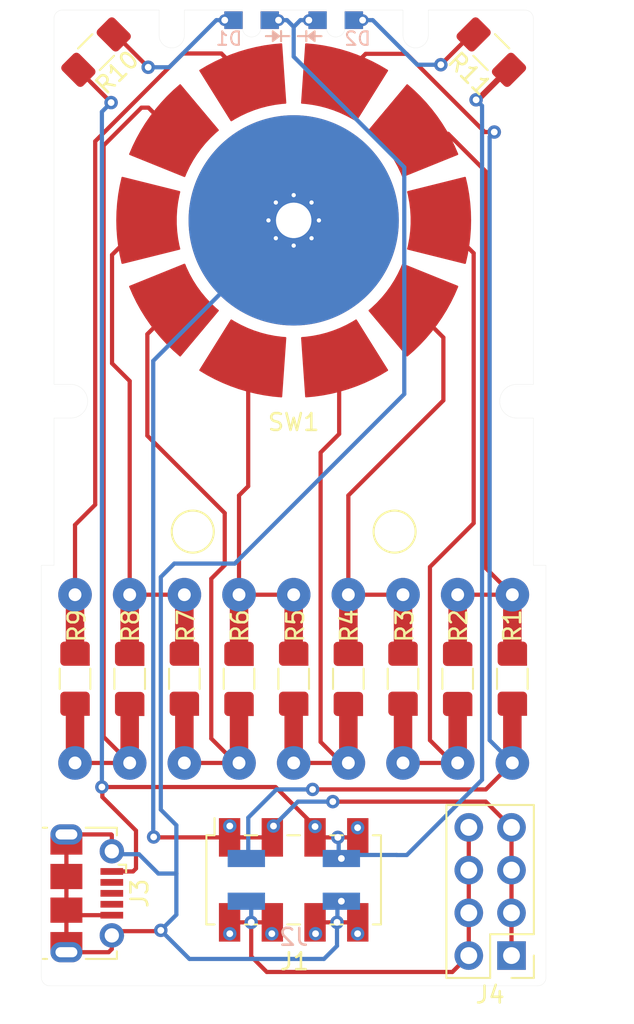
<source format=kicad_pcb>
(kicad_pcb (version 20171130) (host pcbnew 5.1.6-c6e7f7d~87~ubuntu20.04.1)

  (general
    (thickness 1.6)
    (drawings 37)
    (tracks 209)
    (zones 0)
    (modules 20)
    (nets 17)
  )

  (page A4)
  (layers
    (0 F.Cu signal)
    (31 B.Cu signal)
    (32 B.Adhes user)
    (33 F.Adhes user)
    (34 B.Paste user)
    (35 F.Paste user)
    (36 B.SilkS user)
    (37 F.SilkS user)
    (38 B.Mask user)
    (39 F.Mask user)
    (40 Dwgs.User user)
    (41 Cmts.User user)
    (42 Eco1.User user)
    (43 Eco2.User user)
    (44 Edge.Cuts user)
    (45 Margin user)
    (46 B.CrtYd user)
    (47 F.CrtYd user)
    (48 B.Fab user)
    (49 F.Fab user)
  )

  (setup
    (last_trace_width 0.25)
    (trace_clearance 0.2)
    (zone_clearance 0.508)
    (zone_45_only no)
    (trace_min 0.2)
    (via_size 0.8)
    (via_drill 0.4)
    (via_min_size 0.4)
    (via_min_drill 0.3)
    (uvia_size 0.3)
    (uvia_drill 0.1)
    (uvias_allowed no)
    (uvia_min_size 0.2)
    (uvia_min_drill 0.1)
    (edge_width 0.05)
    (segment_width 0.2)
    (pcb_text_width 0.3)
    (pcb_text_size 1.5 1.5)
    (mod_edge_width 0.12)
    (mod_text_size 1 1)
    (mod_text_width 0.15)
    (pad_size 2 2)
    (pad_drill 2)
    (pad_to_mask_clearance 0)
    (aux_axis_origin 0 0)
    (grid_origin 115 62.5)
    (visible_elements FFFFFF7F)
    (pcbplotparams
      (layerselection 0x010fc_ffffffff)
      (usegerberextensions false)
      (usegerberattributes true)
      (usegerberadvancedattributes true)
      (creategerberjobfile true)
      (excludeedgelayer true)
      (linewidth 0.100000)
      (plotframeref false)
      (viasonmask false)
      (mode 1)
      (useauxorigin false)
      (hpglpennumber 1)
      (hpglpenspeed 20)
      (hpglpendiameter 15.000000)
      (psnegative false)
      (psa4output false)
      (plotreference true)
      (plotvalue true)
      (plotinvisibletext false)
      (padsonsilk false)
      (subtractmaskfromsilk false)
      (outputformat 1)
      (mirror false)
      (drillshape 0)
      (scaleselection 1)
      (outputdirectory "gerbers/"))
  )

  (net 0 "")
  (net 1 "Net-(R1-Pad1)")
  (net 2 "Net-(R2-Pad1)")
  (net 3 "Net-(R3-Pad1)")
  (net 4 "Net-(R4-Pad1)")
  (net 5 "Net-(R5-Pad1)")
  (net 6 "Net-(R6-Pad1)")
  (net 7 "Net-(R7-Pad1)")
  (net 8 "Net-(R8-Pad1)")
  (net 9 "Net-(R9-Pad1)")
  (net 10 /OUT)
  (net 11 /IN)
  (net 12 /THRU)
  (net 13 GND)
  (net 14 +5V)
  (net 15 "Net-(D1-Pad2)")
  (net 16 "Net-(D2-Pad2)")

  (net_class Default "This is the default net class."
    (clearance 0.2)
    (trace_width 0.25)
    (via_dia 0.8)
    (via_drill 0.4)
    (uvia_dia 0.3)
    (uvia_drill 0.1)
    (add_net +5V)
    (add_net /IN)
    (add_net /OUT)
    (add_net /THRU)
    (add_net GND)
    (add_net "Net-(D1-Pad2)")
    (add_net "Net-(D2-Pad2)")
    (add_net "Net-(R1-Pad1)")
    (add_net "Net-(R2-Pad1)")
    (add_net "Net-(R3-Pad1)")
    (add_net "Net-(R4-Pad1)")
    (add_net "Net-(R5-Pad1)")
    (add_net "Net-(R6-Pad1)")
    (add_net "Net-(R7-Pad1)")
    (add_net "Net-(R8-Pad1)")
    (add_net "Net-(R9-Pad1)")
  )

  (module decade:0603_LED_Bottom_Entry (layer B.Cu) (tedit 5F3A06FB) (tstamp 5F3A3675)
    (at 117.5 50.6)
    (path /5F234F8A)
    (fp_text reference D2 (at 1.3 1.1 -180) (layer B.SilkS)
      (effects (font (size 0.8 0.8) (thickness 0.12)) (justify mirror))
    )
    (fp_text value LED (at 0 1.3) (layer B.Fab)
      (effects (font (size 1 1) (thickness 0.15)) (justify mirror))
    )
    (fp_line (start -1.25 0.95) (end -0.85 0.95) (layer B.SilkS) (width 0.12))
    (fp_line (start -1.75 0.95) (end -2.25 0.95) (layer B.SilkS) (width 0.12))
    (fp_line (start -1.75 1.25) (end -1.75 0.65) (layer B.SilkS) (width 0.12))
    (fp_poly (pts (xy -1.25 0.65) (xy -1.65 0.95) (xy -1.25 1.25)) (layer B.SilkS) (width 0.1))
    (fp_line (start -1.25 0.95) (end -0.85 0.95) (layer F.SilkS) (width 0.12))
    (fp_line (start -1.75 0.95) (end -2.25 0.95) (layer F.SilkS) (width 0.12))
    (fp_poly (pts (xy -1.25 0.65) (xy -1.65 0.95) (xy -1.25 1.25)) (layer F.SilkS) (width 0.1))
    (fp_line (start -1.75 1.25) (end -1.75 0.65) (layer F.SilkS) (width 0.12))
    (fp_poly (pts (xy -0.55 -0.5) (xy -1.6 -0.5) (xy -1.6 0.5) (xy -0.55 0.5)) (layer B.Cu) (width 0.05))
    (fp_poly (pts (xy -0.55 -0.5) (xy -1.6 -0.5) (xy -1.6 0.5) (xy -0.55 0.5)) (layer F.Cu) (width 0.05))
    (fp_poly (pts (xy 1.6 -0.5) (xy 0.55 -0.5) (xy 0.55 0.5) (xy 1.6 0.5)) (layer F.Cu) (width 0.05))
    (fp_poly (pts (xy 1.6 -0.5) (xy 0.55 -0.5) (xy 0.55 0.5) (xy 1.6 0.5)) (layer B.Cu) (width 0.05))
    (fp_poly (pts (xy -0.55 -0.5) (xy -1.6 -0.5) (xy -1.6 0.5) (xy -0.55 0.5)) (layer F.Mask) (width 0.05))
    (fp_poly (pts (xy -0.55 -0.5) (xy -1.6 -0.5) (xy -1.6 0.5) (xy -0.55 0.5)) (layer B.Mask) (width 0.05))
    (fp_poly (pts (xy 1.6 -0.5) (xy 0.55 -0.5) (xy 0.55 0.5) (xy 1.6 0.5)) (layer F.Mask) (width 0.05))
    (fp_poly (pts (xy 1.6 -0.5) (xy 0.55 -0.5) (xy 0.55 0.5) (xy 1.6 0.5)) (layer B.Mask) (width 0.05))
    (pad 1 thru_hole circle (at -1.6 0) (size 0.7 0.7) (drill 0.4) (layers *.Cu *.Mask)
      (net 13 GND))
    (pad 2 thru_hole circle (at 1.6 0) (size 0.7 0.7) (drill 0.4) (layers *.Cu *.Mask)
      (net 16 "Net-(D2-Pad2)"))
  )

  (module decade:0603_LED_Bottom_Entry (layer B.Cu) (tedit 5F39D866) (tstamp 5F38DCD3)
    (at 112.5 50.6 180)
    (path /5F2334EC)
    (fp_text reference D1 (at 1.35 -1.1 180) (layer B.SilkS)
      (effects (font (size 0.8 0.8) (thickness 0.12)) (justify mirror))
    )
    (fp_text value LED (at 1.3 -1.9 270) (layer B.Fab)
      (effects (font (size 1 1) (thickness 0.15)) (justify mirror))
    )
    (fp_line (start -1.25 -0.95) (end -0.85 -0.95) (layer B.SilkS) (width 0.12))
    (fp_line (start -1.75 -0.95) (end -2.25 -0.95) (layer B.SilkS) (width 0.12))
    (fp_line (start -1.75 -0.65) (end -1.75 -1.25) (layer B.SilkS) (width 0.12))
    (fp_poly (pts (xy -1.25 -1.25) (xy -1.65 -0.95) (xy -1.25 -0.65)) (layer B.SilkS) (width 0.1))
    (fp_line (start -1.25 -0.95) (end -0.85 -0.95) (layer F.SilkS) (width 0.12))
    (fp_line (start -1.75 -0.95) (end -2.25 -0.95) (layer F.SilkS) (width 0.12))
    (fp_poly (pts (xy -1.25 -1.25) (xy -1.65 -0.95) (xy -1.25 -0.65)) (layer F.SilkS) (width 0.1))
    (fp_line (start -1.75 -0.65) (end -1.75 -1.25) (layer F.SilkS) (width 0.12))
    (fp_poly (pts (xy -0.55 -0.5) (xy -1.6 -0.5) (xy -1.6 0.5) (xy -0.55 0.5)) (layer B.Cu) (width 0.05))
    (fp_poly (pts (xy -0.55 -0.5) (xy -1.6 -0.5) (xy -1.6 0.5) (xy -0.55 0.5)) (layer F.Cu) (width 0.05))
    (fp_poly (pts (xy 1.6 -0.5) (xy 0.55 -0.5) (xy 0.55 0.5) (xy 1.6 0.5)) (layer F.Cu) (width 0.05))
    (fp_poly (pts (xy 1.6 -0.5) (xy 0.55 -0.5) (xy 0.55 0.5) (xy 1.6 0.5)) (layer B.Cu) (width 0.05))
    (fp_poly (pts (xy -0.55 -0.5) (xy -1.6 -0.5) (xy -1.6 0.5) (xy -0.55 0.5)) (layer F.Mask) (width 0.05))
    (fp_poly (pts (xy -0.55 -0.5) (xy -1.6 -0.5) (xy -1.6 0.5) (xy -0.55 0.5)) (layer B.Mask) (width 0.05))
    (fp_poly (pts (xy 1.6 -0.5) (xy 0.55 -0.5) (xy 0.55 0.5) (xy 1.6 0.5)) (layer F.Mask) (width 0.05))
    (fp_poly (pts (xy 1.6 -0.5) (xy 0.55 -0.5) (xy 0.55 0.5) (xy 1.6 0.5)) (layer B.Mask) (width 0.05))
    (pad 1 thru_hole circle (at -1.6 0 180) (size 0.7 0.7) (drill 0.4) (layers *.Cu *.Mask)
      (net 13 GND))
    (pad 2 thru_hole circle (at 1.6 0 180) (size 0.7 0.7) (drill 0.4) (layers *.Cu *.Mask)
      (net 15 "Net-(D1-Pad2)"))
  )

  (module Connector_PinHeader_2.54mm:PinHeader_2x04_P2.54mm_Vertical (layer F.Cu) (tedit 59FED5CC) (tstamp 5F3F1ACC)
    (at 127.95 106.2 180)
    (descr "Through hole straight pin header, 2x04, 2.54mm pitch, double rows")
    (tags "Through hole pin header THT 2x04 2.54mm double row")
    (path /5F2AC3A7)
    (fp_text reference J4 (at 1.27 -2.33) (layer F.SilkS)
      (effects (font (size 1 1) (thickness 0.15)))
    )
    (fp_text value Conn_02x04_Odd_Even (at 1.27 9.95) (layer F.Fab)
      (effects (font (size 1 1) (thickness 0.15)))
    )
    (fp_line (start 4.35 -1.8) (end -1.8 -1.8) (layer F.CrtYd) (width 0.05))
    (fp_line (start 4.35 9.4) (end 4.35 -1.8) (layer F.CrtYd) (width 0.05))
    (fp_line (start -1.8 9.4) (end 4.35 9.4) (layer F.CrtYd) (width 0.05))
    (fp_line (start -1.8 -1.8) (end -1.8 9.4) (layer F.CrtYd) (width 0.05))
    (fp_line (start -1.33 -1.33) (end 0 -1.33) (layer F.SilkS) (width 0.12))
    (fp_line (start -1.33 0) (end -1.33 -1.33) (layer F.SilkS) (width 0.12))
    (fp_line (start 1.27 -1.33) (end 3.87 -1.33) (layer F.SilkS) (width 0.12))
    (fp_line (start 1.27 1.27) (end 1.27 -1.33) (layer F.SilkS) (width 0.12))
    (fp_line (start -1.33 1.27) (end 1.27 1.27) (layer F.SilkS) (width 0.12))
    (fp_line (start 3.87 -1.33) (end 3.87 8.95) (layer F.SilkS) (width 0.12))
    (fp_line (start -1.33 1.27) (end -1.33 8.95) (layer F.SilkS) (width 0.12))
    (fp_line (start -1.33 8.95) (end 3.87 8.95) (layer F.SilkS) (width 0.12))
    (fp_line (start -1.27 0) (end 0 -1.27) (layer F.Fab) (width 0.1))
    (fp_line (start -1.27 8.89) (end -1.27 0) (layer F.Fab) (width 0.1))
    (fp_line (start 3.81 8.89) (end -1.27 8.89) (layer F.Fab) (width 0.1))
    (fp_line (start 3.81 -1.27) (end 3.81 8.89) (layer F.Fab) (width 0.1))
    (fp_line (start 0 -1.27) (end 3.81 -1.27) (layer F.Fab) (width 0.1))
    (fp_text user %R (at 1.27 3.81 90) (layer F.Fab)
      (effects (font (size 1 1) (thickness 0.15)))
    )
    (pad 8 thru_hole oval (at 2.54 7.62 180) (size 1.7 1.7) (drill 1) (layers *.Cu *.Mask)
      (net 12 /THRU))
    (pad 7 thru_hole oval (at 0 7.62 180) (size 1.7 1.7) (drill 1) (layers *.Cu *.Mask)
      (net 11 /IN))
    (pad 6 thru_hole oval (at 2.54 5.08 180) (size 1.7 1.7) (drill 1) (layers *.Cu *.Mask)
      (net 12 /THRU))
    (pad 5 thru_hole oval (at 0 5.08 180) (size 1.7 1.7) (drill 1) (layers *.Cu *.Mask)
      (net 11 /IN))
    (pad 4 thru_hole oval (at 2.54 2.54 180) (size 1.7 1.7) (drill 1) (layers *.Cu *.Mask)
      (net 12 /THRU))
    (pad 3 thru_hole oval (at 0 2.54 180) (size 1.7 1.7) (drill 1) (layers *.Cu *.Mask)
      (net 11 /IN))
    (pad 2 thru_hole oval (at 2.54 0 180) (size 1.7 1.7) (drill 1) (layers *.Cu *.Mask)
      (net 12 /THRU))
    (pad 1 thru_hole rect (at 0 0 180) (size 1.7 1.7) (drill 1) (layers *.Cu *.Mask)
      (net 11 /IN))
    (model ${KISYS3DMOD}/Connector_PinHeader_2.54mm.3dshapes/PinHeader_2x04_P2.54mm_Vertical.wrl
      (at (xyz 0 0 0))
      (scale (xyz 1 1 1))
      (rotate (xyz 0 0 0))
    )
  )

  (module Connector_USB:USB_Micro-B_Molex-105017-0001 (layer F.Cu) (tedit 5A1DC0BE) (tstamp 5F2999D9)
    (at 102.725 102.5 270)
    (descr http://www.molex.com/pdm_docs/sd/1050170001_sd.pdf)
    (tags "Micro-USB SMD Typ-B")
    (path /5F2A754A)
    (attr smd)
    (fp_text reference J3 (at 0 -3.1125 90) (layer F.SilkS)
      (effects (font (size 1 1) (thickness 0.15)))
    )
    (fp_text value USB_B_Micro (at 0.3 4.3375 90) (layer F.Fab)
      (effects (font (size 1 1) (thickness 0.15)))
    )
    (fp_line (start -1.1 -2.1225) (end -1.1 -1.9125) (layer F.Fab) (width 0.1))
    (fp_line (start -1.5 -2.1225) (end -1.5 -1.9125) (layer F.Fab) (width 0.1))
    (fp_line (start -1.5 -2.1225) (end -1.1 -2.1225) (layer F.Fab) (width 0.1))
    (fp_line (start -1.1 -1.9125) (end -1.3 -1.7125) (layer F.Fab) (width 0.1))
    (fp_line (start -1.3 -1.7125) (end -1.5 -1.9125) (layer F.Fab) (width 0.1))
    (fp_line (start -1.7 -2.3125) (end -1.7 -1.8625) (layer F.SilkS) (width 0.12))
    (fp_line (start -1.7 -2.3125) (end -1.25 -2.3125) (layer F.SilkS) (width 0.12))
    (fp_line (start 3.9 -1.7625) (end 3.45 -1.7625) (layer F.SilkS) (width 0.12))
    (fp_line (start 3.9 0.0875) (end 3.9 -1.7625) (layer F.SilkS) (width 0.12))
    (fp_line (start -3.9 2.6375) (end -3.9 2.3875) (layer F.SilkS) (width 0.12))
    (fp_line (start -3.75 3.3875) (end -3.75 -1.6125) (layer F.Fab) (width 0.1))
    (fp_line (start -3.75 -1.6125) (end 3.75 -1.6125) (layer F.Fab) (width 0.1))
    (fp_line (start -3.75 3.389204) (end 3.75 3.389204) (layer F.Fab) (width 0.1))
    (fp_line (start -3 2.689204) (end 3 2.689204) (layer F.Fab) (width 0.1))
    (fp_line (start 3.75 3.3875) (end 3.75 -1.6125) (layer F.Fab) (width 0.1))
    (fp_line (start 3.9 2.6375) (end 3.9 2.3875) (layer F.SilkS) (width 0.12))
    (fp_line (start -3.9 0.0875) (end -3.9 -1.7625) (layer F.SilkS) (width 0.12))
    (fp_line (start -3.9 -1.7625) (end -3.45 -1.7625) (layer F.SilkS) (width 0.12))
    (fp_line (start -4.4 3.64) (end -4.4 -2.46) (layer F.CrtYd) (width 0.05))
    (fp_line (start -4.4 -2.46) (end 4.4 -2.46) (layer F.CrtYd) (width 0.05))
    (fp_line (start 4.4 -2.46) (end 4.4 3.64) (layer F.CrtYd) (width 0.05))
    (fp_line (start -4.4 3.64) (end 4.4 3.64) (layer F.CrtYd) (width 0.05))
    (fp_text user %R (at 0 0.8875 90) (layer F.Fab)
      (effects (font (size 1 1) (thickness 0.15)))
    )
    (fp_text user "PCB Edge" (at 0 2.6875 90) (layer Dwgs.User)
      (effects (font (size 0.5 0.5) (thickness 0.08)))
    )
    (pad 6 smd rect (at -2.9 1.2375 270) (size 1.2 1.9) (layers F.Cu F.Mask)
      (net 13 GND))
    (pad 6 smd rect (at 2.9 1.2375 270) (size 1.2 1.9) (layers F.Cu F.Mask)
      (net 13 GND))
    (pad 6 thru_hole oval (at 3.5 1.2375 270) (size 1.2 1.9) (drill oval 0.6 1.3) (layers *.Cu *.Mask)
      (net 13 GND))
    (pad 6 thru_hole oval (at -3.5 1.2375 90) (size 1.2 1.9) (drill oval 0.6 1.3) (layers *.Cu *.Mask)
      (net 13 GND))
    (pad 6 smd rect (at -1 1.2375 270) (size 1.5 1.9) (layers F.Cu F.Paste F.Mask)
      (net 13 GND))
    (pad 6 thru_hole circle (at 2.5 -1.4625 270) (size 1.45 1.45) (drill 0.85) (layers *.Cu *.Mask)
      (net 13 GND))
    (pad 3 smd rect (at 0 -1.4625 270) (size 0.4 1.35) (layers F.Cu F.Paste F.Mask))
    (pad 4 smd rect (at 0.65 -1.4625 270) (size 0.4 1.35) (layers F.Cu F.Paste F.Mask))
    (pad 5 smd rect (at 1.3 -1.4625 270) (size 0.4 1.35) (layers F.Cu F.Paste F.Mask)
      (net 13 GND))
    (pad 1 smd rect (at -1.3 -1.4625 270) (size 0.4 1.35) (layers F.Cu F.Paste F.Mask)
      (net 14 +5V))
    (pad 2 smd rect (at -0.65 -1.4625 270) (size 0.4 1.35) (layers F.Cu F.Paste F.Mask))
    (pad 6 thru_hole circle (at -2.5 -1.4625 270) (size 1.45 1.45) (drill 0.85) (layers *.Cu *.Mask)
      (net 13 GND))
    (pad 6 smd rect (at 1 1.2375 270) (size 1.5 1.9) (layers F.Cu F.Paste F.Mask)
      (net 13 GND))
    (model ${KISYS3DMOD}/Connector_USB.3dshapes/USB_Micro-B_Molex-105017-0001.wrl
      (at (xyz 0 0 0))
      (scale (xyz 1 1 1))
      (rotate (xyz 0 0 0))
    )
  )

  (module Resistor_SMD:R_1206_3216Metric_Pad1.42x1.75mm_HandSolder (layer F.Cu) (tedit 5B301BBD) (tstamp 5F230172)
    (at 126.75 52.5 135)
    (descr "Resistor SMD 1206 (3216 Metric), square (rectangular) end terminal, IPC_7351 nominal with elongated pad for handsoldering. (Body size source: http://www.tortai-tech.com/upload/download/2011102023233369053.pdf), generated with kicad-footprint-generator")
    (tags "resistor handsolder")
    (path /5F232F61)
    (attr smd)
    (fp_text reference R11 (at 0 -1.82 135) (layer F.SilkS)
      (effects (font (size 1 1) (thickness 0.15)))
    )
    (fp_text value R (at 0 1.82 135) (layer F.Fab)
      (effects (font (size 1 1) (thickness 0.15)))
    )
    (fp_line (start -1.6 0.8) (end -1.6 -0.8) (layer F.Fab) (width 0.1))
    (fp_line (start -1.6 -0.8) (end 1.6 -0.8) (layer F.Fab) (width 0.1))
    (fp_line (start 1.6 -0.8) (end 1.6 0.8) (layer F.Fab) (width 0.1))
    (fp_line (start 1.6 0.8) (end -1.6 0.8) (layer F.Fab) (width 0.1))
    (fp_line (start -0.602064 -0.91) (end 0.602064 -0.91) (layer F.SilkS) (width 0.12))
    (fp_line (start -0.602064 0.91) (end 0.602064 0.91) (layer F.SilkS) (width 0.12))
    (fp_line (start -2.45 1.12) (end -2.45 -1.12) (layer F.CrtYd) (width 0.05))
    (fp_line (start -2.45 -1.12) (end 2.45 -1.12) (layer F.CrtYd) (width 0.05))
    (fp_line (start 2.45 -1.12) (end 2.45 1.12) (layer F.CrtYd) (width 0.05))
    (fp_line (start 2.45 1.12) (end -2.45 1.12) (layer F.CrtYd) (width 0.05))
    (fp_text user %R (at 0 0 135) (layer F.Fab)
      (effects (font (size 0.8 0.8) (thickness 0.12)))
    )
    (pad 2 smd roundrect (at 1.4875 0 135) (size 1.425 1.75) (layers F.Cu F.Paste F.Mask) (roundrect_rratio 0.175439)
      (net 16 "Net-(D2-Pad2)"))
    (pad 1 smd roundrect (at -1.4875 0 135) (size 1.425 1.75) (layers F.Cu F.Paste F.Mask) (roundrect_rratio 0.175439)
      (net 14 +5V))
    (model ${KISYS3DMOD}/Resistor_SMD.3dshapes/R_1206_3216Metric.wrl
      (at (xyz 0 0 0))
      (scale (xyz 1 1 1))
      (rotate (xyz 0 0 0))
    )
  )

  (module Resistor_SMD:R_1206_3216Metric_Pad1.42x1.75mm_HandSolder (layer F.Cu) (tedit 5B301BBD) (tstamp 5F2301D3)
    (at 103.25 52.5 45)
    (descr "Resistor SMD 1206 (3216 Metric), square (rectangular) end terminal, IPC_7351 nominal with elongated pad for handsoldering. (Body size source: http://www.tortai-tech.com/upload/download/2011102023233369053.pdf), generated with kicad-footprint-generator")
    (tags "resistor handsolder")
    (path /5F2327B4)
    (attr smd)
    (fp_text reference R10 (at 0.036643 1.733699 45) (layer F.SilkS)
      (effects (font (size 1 1) (thickness 0.15)))
    )
    (fp_text value R (at 0 1.82 45) (layer F.Fab)
      (effects (font (size 1 1) (thickness 0.15)))
    )
    (fp_line (start -1.6 0.8) (end -1.6 -0.8) (layer F.Fab) (width 0.1))
    (fp_line (start -1.6 -0.8) (end 1.6 -0.8) (layer F.Fab) (width 0.1))
    (fp_line (start 1.6 -0.8) (end 1.6 0.8) (layer F.Fab) (width 0.1))
    (fp_line (start 1.6 0.8) (end -1.6 0.8) (layer F.Fab) (width 0.1))
    (fp_line (start -0.602064 -0.91) (end 0.602064 -0.91) (layer F.SilkS) (width 0.12))
    (fp_line (start -0.602064 0.91) (end 0.602064 0.91) (layer F.SilkS) (width 0.12))
    (fp_line (start -2.45 1.12) (end -2.45 -1.12) (layer F.CrtYd) (width 0.05))
    (fp_line (start -2.45 -1.12) (end 2.45 -1.12) (layer F.CrtYd) (width 0.05))
    (fp_line (start 2.45 -1.12) (end 2.45 1.12) (layer F.CrtYd) (width 0.05))
    (fp_line (start 2.45 1.12) (end -2.45 1.12) (layer F.CrtYd) (width 0.05))
    (fp_text user %R (at 0 0 45) (layer F.Fab)
      (effects (font (size 0.8 0.8) (thickness 0.12)))
    )
    (pad 2 smd roundrect (at 1.4875 0 45) (size 1.425 1.75) (layers F.Cu F.Paste F.Mask) (roundrect_rratio 0.175439)
      (net 15 "Net-(D1-Pad2)"))
    (pad 1 smd roundrect (at -1.4875 0 45) (size 1.425 1.75) (layers F.Cu F.Paste F.Mask) (roundrect_rratio 0.175439)
      (net 14 +5V))
    (model ${KISYS3DMOD}/Resistor_SMD.3dshapes/R_1206_3216Metric.wrl
      (at (xyz 0 0 0))
      (scale (xyz 1 1 1))
      (rotate (xyz 0 0 0))
    )
  )

  (module decade:SSM-102-F-DV-A (layer B.Cu) (tedit 5F228431) (tstamp 5F22F2B7)
    (at 115 101.7 270)
    (path /5F1F548F)
    (fp_text reference J2 (at 3.4 0 180) (layer B.SilkS)
      (effects (font (size 1 1) (thickness 0.15)) (justify mirror))
    )
    (fp_text value Conn_02x02_Odd_Even (at 0 5.4 90) (layer B.Fab)
      (effects (font (size 1 1) (thickness 0.15)) (justify mirror))
    )
    (fp_line (start -2.19 -4.26) (end -2.19 4.24) (layer B.CrtYd) (width 0.12))
    (fp_line (start 2.18 -4.26) (end -2.19 -4.26) (layer B.CrtYd) (width 0.12))
    (fp_line (start 2.18 4.24) (end 2.18 -4.26) (layer B.CrtYd) (width 0.12))
    (fp_line (start -2.19 4.24) (end 2.18 4.24) (layer B.CrtYd) (width 0.12))
    (pad "" np_thru_hole circle (at 0 0 270) (size 1.17 1.17) (drill 1.17) (layers *.Cu *.Mask))
    (pad 4 smd rect (at 1.27 -2.835 270) (size 1.02 2.22) (layers B.Cu B.Paste B.Mask)
      (net 13 GND))
    (pad 3 smd rect (at 1.27 2.815 270) (size 1.02 2.22) (layers B.Cu B.Paste B.Mask)
      (net 12 /THRU))
    (pad 2 smd rect (at -1.27 -2.835 270) (size 1.02 2.22) (layers B.Cu B.Paste B.Mask)
      (net 14 +5V))
    (pad 1 smd rect (at -1.27 2.815 270) (size 1.02 2.22) (layers B.Cu B.Paste B.Mask)
      (net 10 /OUT))
  )

  (module Connector_Samtec_HLE_SMD:Samtec_HLE-104-02-xxx-DV-LC_2x04_P2.54mm_Horizontal (layer F.Cu) (tedit 5B5713AD) (tstamp 5F22FDB9)
    (at 115 101.7)
    (descr "Samtec HLE .100\" Tiger Beam Cost-effective Single Beam Socket Strip, HLE-104-02-xxx-DV-LC, 4 Pins per row (http://suddendocs.samtec.com/prints/hle-1xx-02-xxx-dv-xx-xx-xx-mkt.pdf, http://suddendocs.samtec.com/prints/hle-dv-footprint.pdf), generated with kicad-footprint-generator")
    (tags "connector Samtec HLE top entry")
    (path /5F1DE3FC)
    (attr smd)
    (fp_text reference J1 (at 0.05 4.85) (layer F.SilkS)
      (effects (font (size 1 1) (thickness 0.15)))
    )
    (fp_text value Conn_02x04_Odd_Even (at 0 4.87) (layer F.Fab)
      (effects (font (size 1 1) (thickness 0.15)))
    )
    (fp_line (start -5.08 -2.54) (end 5.08 -2.54) (layer F.Fab) (width 0.1))
    (fp_line (start 5.08 -2.54) (end 5.08 2.54) (layer F.Fab) (width 0.1))
    (fp_line (start 5.08 2.54) (end -5.08 2.54) (layer F.Fab) (width 0.1))
    (fp_line (start -5.08 2.54) (end -5.08 -2.54) (layer F.Fab) (width 0.1))
    (fp_line (start -4.31 -2.54) (end -3.81 -1.832893) (layer F.Fab) (width 0.1))
    (fp_line (start -3.81 -1.832893) (end -3.31 -2.54) (layer F.Fab) (width 0.1))
    (fp_line (start -4.705 -3.67) (end -4.705 -2.65) (layer F.SilkS) (width 0.12))
    (fp_line (start -4.705 -2.65) (end -5.19 -2.65) (layer F.SilkS) (width 0.12))
    (fp_line (start -5.19 -2.65) (end -5.19 2.65) (layer F.SilkS) (width 0.12))
    (fp_line (start -5.19 2.65) (end -4.705 2.65) (layer F.SilkS) (width 0.12))
    (fp_line (start 4.705 -2.65) (end 5.19 -2.65) (layer F.SilkS) (width 0.12))
    (fp_line (start 5.19 -2.65) (end 5.19 2.65) (layer F.SilkS) (width 0.12))
    (fp_line (start 5.19 2.65) (end 4.705 2.65) (layer F.SilkS) (width 0.12))
    (fp_line (start -2.915 -2.65) (end -2.165 -2.65) (layer F.SilkS) (width 0.12))
    (fp_line (start -2.915 2.65) (end -2.165 2.65) (layer F.SilkS) (width 0.12))
    (fp_line (start -0.375 -2.65) (end 0.375 -2.65) (layer F.SilkS) (width 0.12))
    (fp_line (start -0.375 2.65) (end 0.375 2.65) (layer F.SilkS) (width 0.12))
    (fp_line (start 2.165 -2.65) (end 2.915 -2.65) (layer F.SilkS) (width 0.12))
    (fp_line (start 2.165 2.65) (end 2.915 2.65) (layer F.SilkS) (width 0.12))
    (fp_line (start -5.58 -4.17) (end 5.58 -4.17) (layer F.CrtYd) (width 0.05))
    (fp_line (start 5.58 -4.17) (end 5.58 4.17) (layer F.CrtYd) (width 0.05))
    (fp_line (start 5.58 4.17) (end -5.58 4.17) (layer F.CrtYd) (width 0.05))
    (fp_line (start -5.58 4.17) (end -5.58 -4.17) (layer F.CrtYd) (width 0.05))
    (fp_text user %R (at 0 1.84) (layer F.Fab)
      (effects (font (size 1 1) (thickness 0.15)))
    )
    (pad 8 smd rect (at 3.81 2.525) (size 1.27 2.29) (layers F.Cu F.Paste F.Mask)
      (net 13 GND))
    (pad 6 smd rect (at 1.27 2.525) (size 1.27 2.29) (layers F.Cu F.Paste F.Mask)
      (net 13 GND))
    (pad 4 smd rect (at -1.27 2.525) (size 1.27 2.29) (layers F.Cu F.Paste F.Mask)
      (net 12 /THRU))
    (pad 2 smd rect (at -3.81 2.525) (size 1.27 2.29) (layers F.Cu F.Paste F.Mask)
      (net 12 /THRU))
    (pad 7 smd rect (at 3.81 -2.525) (size 1.27 2.29) (layers F.Cu F.Paste F.Mask)
      (net 14 +5V))
    (pad 5 smd rect (at 1.27 -2.525) (size 1.27 2.29) (layers F.Cu F.Paste F.Mask)
      (net 14 +5V))
    (pad 3 smd rect (at -1.27 -2.525) (size 1.27 2.29) (layers F.Cu F.Paste F.Mask)
      (net 11 /IN))
    (pad 1 smd rect (at -3.81 -2.525) (size 1.27 2.29) (layers F.Cu F.Paste F.Mask)
      (net 11 /IN))
    (pad "" np_thru_hole circle (at 2.54 0) (size 1.19 1.19) (drill 1.19) (layers *.Cu *.Mask))
    (pad "" np_thru_hole circle (at -2.54 0) (size 1.19 1.19) (drill 1.19) (layers *.Cu *.Mask))
    (model ${KISYS3DMOD}/Connector_Samtec_HLE_SMD.3dshapes/Samtec_HLE-104-02-xxx-DV-LC_2x04_P2.54mm_Horizontal.wrl
      (at (xyz 0 0 0))
      (scale (xyz 1 1 1))
      (rotate (xyz 0 0 0))
    )
  )

  (module decade:thumbwheel-1 locked (layer F.Cu) (tedit 5F05346B) (tstamp 5F01665E)
    (at 115 62.5)
    (path /5F0198BC)
    (fp_text reference SW1 (at 0 12) (layer F.SilkS)
      (effects (font (size 1 1) (thickness 0.15)))
    )
    (fp_text value SW_ROTARY_10_POS (at 0 -12.25) (layer F.Fab)
      (effects (font (size 1 1) (thickness 0.15)))
    )
    (pad 8 smd custom (at -7.078899 -5.143121 324) (size 3 3) (layers F.Cu F.Mask)
      (net 8 "Net-(R8-Pad1)") (zone_connect 0)
      (options (clearance outline) (anchor circle))
      (primitives
        (gr_line (start -1.480886 -2.361986) (end 1.929409 -1.574657) (width 0.1))
        (gr_line (start -1.730415 0.64101) (end 1.763057 0.42734) (width 0.1))
        (gr_line (start -1.748401 -0.18325) (end 1.751066 -0.122166) (width 0.1))
        (gr_line (start -1.746402 0.274858) (end 1.752399 0.183239) (width 0.1))
        (gr_line (start -1.634666 -1.551999) (end 1.82689 -1.034666) (width 0.1))
        (gr_arc (start 8.75 0) (end -1.75 0) (angle 14) (width 0.1))
        (gr_line (start -1.724422 0.732443) (end 1.767052 0.488296) (width 0.1))
        (gr_line (start -1.590481 -1.823306) (end 1.856346 -1.215537) (width 0.1))
        (gr_line (start -1.620727 1.642562) (end 1.836182 1.095042) (width 0.1))
        (gr_arc (start 8.75 0) (end 1.75 0) (angle 14) (width 0.1))
        (gr_arc (start 8.75 0) (end 1.75 0) (angle -14) (width 0.1))
        (gr_line (start -1.647815 -1.461318) (end 1.818123 -0.974212) (width 0.1))
        (gr_line (start -1.748401 0.18325) (end 1.751066 0.122167) (width 0.1))
        (gr_line (start -1.69248 -1.097549) (end 1.788347 -0.731699) (width 0.1))
        (gr_line (start -1.438105 2.54018) (end 1.95793 1.693453) (width 0.1))
        (gr_line (start -1.740006 -0.458004) (end 1.756663 -0.305336) (width 0.1))
        (gr_line (start -1.574176 1.913473) (end 1.867216 1.275649) (width 0.1))
        (gr_line (start -1.660171 1.370525) (end 1.809886 0.913684) (width 0.1))
        (gr_line (start -1.682504 1.188634) (end 1.794998 0.792423) (width 0.1))
        (gr_line (start -1.70166 1.00638) (end 1.782227 0.67092) (width 0.1))
        (gr_line (start -1.7496 -0.091629) (end 1.750267 -0.061086) (width 0.1))
        (gr_line (start -1.480886 2.361986) (end 1.929409 1.574658) (width 0.1))
        (gr_line (start -1.539209 -2.093363) (end 1.890527 -1.395575) (width 0.1))
        (gr_line (start -1.724422 -0.732443) (end 1.767052 -0.488295) (width 0.1))
        (gr_line (start -1.717632 -0.823821) (end 1.771579 -0.549214) (width 0.1))
        (gr_line (start -1.605999 1.733) (end 1.846001 1.155334) (width 0.1))
        (gr_line (start -1.647815 1.461317) (end 1.818123 0.974212) (width 0.1))
        (gr_line (start -1.459884 2.451176) (end 1.943411 1.634118) (width 0.1))
        (gr_line (start -1.710044 0.915135) (end 1.776638 0.61009) (width 0.1))
        (gr_line (start -1.710044 -0.915135) (end 1.776637 -0.61009) (width 0.1))
        (gr_line (start -1.743604 -0.366445) (end 1.754264 -0.244296) (width 0.1))
        (gr_line (start -1.52055 -2.183073) (end 1.902967 -1.455382) (width 0.1))
        (gr_line (start -1.746402 -0.274858) (end 1.752399 -0.183238) (width 0.1))
        (gr_line (start -1.605999 -1.733) (end 1.846001 -1.155333) (width 0.1))
        (gr_line (start -1.75 0) (end 1.75 0) (width 0.1))
        (gr_line (start -1.438105 -2.54018) (end 1.95793 -1.693453) (width 0.1))
        (gr_line (start -1.740006 0.458003) (end 1.756663 0.305336) (width 0.1))
        (gr_line (start -1.682504 -1.188634) (end 1.794998 -0.792422) (width 0.1))
        (gr_line (start -1.70166 -1.006381) (end 1.782227 -0.67092) (width 0.1))
        (gr_line (start -1.52055 2.183073) (end 1.902967 1.455382) (width 0.1))
        (gr_line (start -1.459884 -2.451176) (end 1.943411 -1.634117) (width 0.1))
        (gr_line (start -1.7496 0.091628) (end 1.750267 0.061085) (width 0.1))
        (gr_line (start -1.730415 -0.64101) (end 1.763057 -0.42734) (width 0.1))
        (gr_line (start -1.671735 1.279628) (end 1.802177 0.853086) (width 0.1))
        (gr_line (start -1.590481 1.823306) (end 1.856346 1.215538) (width 0.1))
        (gr_line (start -1.557085 2.003494) (end 1.87861 1.335663) (width 0.1))
        (gr_arc (start 8.75 0) (end -1.75 0) (angle -14) (width 0.1))
        (gr_line (start -1.620727 -1.642562) (end 1.836182 -1.095041) (width 0.1))
        (gr_line (start -1.574176 -1.913473) (end 1.867216 -1.275648) (width 0.1))
        (gr_line (start -1.69248 1.097549) (end 1.788347 0.7317) (width 0.1))
        (gr_line (start -1.717632 0.82382) (end 1.771579 0.549214) (width 0.1))
        (gr_line (start -1.73561 0.549527) (end 1.759593 0.366352) (width 0.1))
        (gr_line (start -1.671734 -1.279628) (end 1.802178 -0.853085) (width 0.1))
        (gr_line (start -1.634666 1.551999) (end 1.82689 1.034666) (width 0.1))
        (gr_line (start -1.501108 2.272616) (end 1.915928 1.515078) (width 0.1))
        (gr_line (start -1.557085 -2.003495) (end 1.87861 -1.335663) (width 0.1))
        (gr_line (start -1.73561 -0.549528) (end 1.759593 -0.366352) (width 0.1))
        (gr_line (start -1.501108 -2.272616) (end 1.915928 -1.515077) (width 0.1))
        (gr_line (start -1.539209 2.093363) (end 1.890528 1.395576) (width 0.1))
        (gr_line (start -1.743604 0.366445) (end 1.754264 0.244297) (width 0.1))
        (gr_line (start -1.660171 -1.370525) (end 1.809886 -0.913683) (width 0.1))
      ))
    (pad 9 smd custom (at -2.703899 -8.321745 288) (size 3 3) (layers F.Cu F.Mask)
      (net 9 "Net-(R9-Pad1)") (zone_connect 0)
      (options (clearance outline) (anchor circle))
      (primitives
        (gr_line (start -1.480886 -2.361986) (end 1.929409 -1.574657) (width 0.1))
        (gr_line (start -1.730415 0.64101) (end 1.763057 0.42734) (width 0.1))
        (gr_line (start -1.748401 -0.18325) (end 1.751066 -0.122166) (width 0.1))
        (gr_line (start -1.746402 0.274858) (end 1.752399 0.183239) (width 0.1))
        (gr_line (start -1.634666 -1.551999) (end 1.82689 -1.034666) (width 0.1))
        (gr_arc (start 8.75 0) (end -1.75 0) (angle 14) (width 0.1))
        (gr_line (start -1.724422 0.732443) (end 1.767052 0.488296) (width 0.1))
        (gr_line (start -1.590481 -1.823306) (end 1.856346 -1.215537) (width 0.1))
        (gr_line (start -1.620727 1.642562) (end 1.836182 1.095042) (width 0.1))
        (gr_arc (start 8.75 0) (end 1.75 0) (angle 14) (width 0.1))
        (gr_arc (start 8.75 0) (end 1.75 0) (angle -14) (width 0.1))
        (gr_line (start -1.647815 -1.461318) (end 1.818123 -0.974212) (width 0.1))
        (gr_line (start -1.748401 0.18325) (end 1.751066 0.122167) (width 0.1))
        (gr_line (start -1.69248 -1.097549) (end 1.788347 -0.731699) (width 0.1))
        (gr_line (start -1.438105 2.54018) (end 1.95793 1.693453) (width 0.1))
        (gr_line (start -1.740006 -0.458004) (end 1.756663 -0.305336) (width 0.1))
        (gr_line (start -1.574176 1.913473) (end 1.867216 1.275649) (width 0.1))
        (gr_line (start -1.660171 1.370525) (end 1.809886 0.913684) (width 0.1))
        (gr_line (start -1.682504 1.188634) (end 1.794998 0.792423) (width 0.1))
        (gr_line (start -1.70166 1.00638) (end 1.782227 0.67092) (width 0.1))
        (gr_line (start -1.7496 -0.091629) (end 1.750267 -0.061086) (width 0.1))
        (gr_line (start -1.480886 2.361986) (end 1.929409 1.574658) (width 0.1))
        (gr_line (start -1.539209 -2.093363) (end 1.890527 -1.395575) (width 0.1))
        (gr_line (start -1.724422 -0.732443) (end 1.767052 -0.488295) (width 0.1))
        (gr_line (start -1.717632 -0.823821) (end 1.771579 -0.549214) (width 0.1))
        (gr_line (start -1.605999 1.733) (end 1.846001 1.155334) (width 0.1))
        (gr_line (start -1.647815 1.461317) (end 1.818123 0.974212) (width 0.1))
        (gr_line (start -1.459884 2.451176) (end 1.943411 1.634118) (width 0.1))
        (gr_line (start -1.710044 0.915135) (end 1.776638 0.61009) (width 0.1))
        (gr_line (start -1.710044 -0.915135) (end 1.776637 -0.61009) (width 0.1))
        (gr_line (start -1.743604 -0.366445) (end 1.754264 -0.244296) (width 0.1))
        (gr_line (start -1.52055 -2.183073) (end 1.902967 -1.455382) (width 0.1))
        (gr_line (start -1.746402 -0.274858) (end 1.752399 -0.183238) (width 0.1))
        (gr_line (start -1.605999 -1.733) (end 1.846001 -1.155333) (width 0.1))
        (gr_line (start -1.75 0) (end 1.75 0) (width 0.1))
        (gr_line (start -1.438105 -2.54018) (end 1.95793 -1.693453) (width 0.1))
        (gr_line (start -1.740006 0.458003) (end 1.756663 0.305336) (width 0.1))
        (gr_line (start -1.682504 -1.188634) (end 1.794998 -0.792422) (width 0.1))
        (gr_line (start -1.70166 -1.006381) (end 1.782227 -0.67092) (width 0.1))
        (gr_line (start -1.52055 2.183073) (end 1.902967 1.455382) (width 0.1))
        (gr_line (start -1.459884 -2.451176) (end 1.943411 -1.634117) (width 0.1))
        (gr_line (start -1.7496 0.091628) (end 1.750267 0.061085) (width 0.1))
        (gr_line (start -1.730415 -0.64101) (end 1.763057 -0.42734) (width 0.1))
        (gr_line (start -1.671735 1.279628) (end 1.802177 0.853086) (width 0.1))
        (gr_line (start -1.590481 1.823306) (end 1.856346 1.215538) (width 0.1))
        (gr_line (start -1.557085 2.003494) (end 1.87861 1.335663) (width 0.1))
        (gr_arc (start 8.75 0) (end -1.75 0) (angle -14) (width 0.1))
        (gr_line (start -1.620727 -1.642562) (end 1.836182 -1.095041) (width 0.1))
        (gr_line (start -1.574176 -1.913473) (end 1.867216 -1.275648) (width 0.1))
        (gr_line (start -1.69248 1.097549) (end 1.788347 0.7317) (width 0.1))
        (gr_line (start -1.717632 0.82382) (end 1.771579 0.549214) (width 0.1))
        (gr_line (start -1.73561 0.549527) (end 1.759593 0.366352) (width 0.1))
        (gr_line (start -1.671734 -1.279628) (end 1.802178 -0.853085) (width 0.1))
        (gr_line (start -1.634666 1.551999) (end 1.82689 1.034666) (width 0.1))
        (gr_line (start -1.501108 2.272616) (end 1.915928 1.515078) (width 0.1))
        (gr_line (start -1.557085 -2.003495) (end 1.87861 -1.335663) (width 0.1))
        (gr_line (start -1.73561 -0.549528) (end 1.759593 -0.366352) (width 0.1))
        (gr_line (start -1.501108 -2.272616) (end 1.915928 -1.515077) (width 0.1))
        (gr_line (start -1.539209 2.093363) (end 1.890528 1.395576) (width 0.1))
        (gr_line (start -1.743604 0.366445) (end 1.754264 0.244297) (width 0.1))
        (gr_line (start -1.660171 -1.370525) (end 1.809886 -0.913683) (width 0.1))
      ))
    (pad 0 smd custom (at 2.703899 -8.321745 252) (size 3 3) (layers F.Cu F.Mask)
      (net 10 /OUT) (zone_connect 0)
      (options (clearance outline) (anchor circle))
      (primitives
        (gr_line (start -1.480886 -2.361986) (end 1.929409 -1.574657) (width 0.1))
        (gr_line (start -1.730415 0.64101) (end 1.763057 0.42734) (width 0.1))
        (gr_line (start -1.748401 -0.18325) (end 1.751066 -0.122166) (width 0.1))
        (gr_line (start -1.746402 0.274858) (end 1.752399 0.183239) (width 0.1))
        (gr_line (start -1.634666 -1.551999) (end 1.82689 -1.034666) (width 0.1))
        (gr_arc (start 8.75 0) (end -1.75 0) (angle 14) (width 0.1))
        (gr_line (start -1.724422 0.732443) (end 1.767052 0.488296) (width 0.1))
        (gr_line (start -1.590481 -1.823306) (end 1.856346 -1.215537) (width 0.1))
        (gr_line (start -1.620727 1.642562) (end 1.836182 1.095042) (width 0.1))
        (gr_arc (start 8.75 0) (end 1.75 0) (angle 14) (width 0.1))
        (gr_arc (start 8.75 0) (end 1.75 0) (angle -14) (width 0.1))
        (gr_line (start -1.647815 -1.461318) (end 1.818123 -0.974212) (width 0.1))
        (gr_line (start -1.748401 0.18325) (end 1.751066 0.122167) (width 0.1))
        (gr_line (start -1.69248 -1.097549) (end 1.788347 -0.731699) (width 0.1))
        (gr_line (start -1.438105 2.54018) (end 1.95793 1.693453) (width 0.1))
        (gr_line (start -1.740006 -0.458004) (end 1.756663 -0.305336) (width 0.1))
        (gr_line (start -1.574176 1.913473) (end 1.867216 1.275649) (width 0.1))
        (gr_line (start -1.660171 1.370525) (end 1.809886 0.913684) (width 0.1))
        (gr_line (start -1.682504 1.188634) (end 1.794998 0.792423) (width 0.1))
        (gr_line (start -1.70166 1.00638) (end 1.782227 0.67092) (width 0.1))
        (gr_line (start -1.7496 -0.091629) (end 1.750267 -0.061086) (width 0.1))
        (gr_line (start -1.480886 2.361986) (end 1.929409 1.574658) (width 0.1))
        (gr_line (start -1.539209 -2.093363) (end 1.890527 -1.395575) (width 0.1))
        (gr_line (start -1.724422 -0.732443) (end 1.767052 -0.488295) (width 0.1))
        (gr_line (start -1.717632 -0.823821) (end 1.771579 -0.549214) (width 0.1))
        (gr_line (start -1.605999 1.733) (end 1.846001 1.155334) (width 0.1))
        (gr_line (start -1.647815 1.461317) (end 1.818123 0.974212) (width 0.1))
        (gr_line (start -1.459884 2.451176) (end 1.943411 1.634118) (width 0.1))
        (gr_line (start -1.710044 0.915135) (end 1.776638 0.61009) (width 0.1))
        (gr_line (start -1.710044 -0.915135) (end 1.776637 -0.61009) (width 0.1))
        (gr_line (start -1.743604 -0.366445) (end 1.754264 -0.244296) (width 0.1))
        (gr_line (start -1.52055 -2.183073) (end 1.902967 -1.455382) (width 0.1))
        (gr_line (start -1.746402 -0.274858) (end 1.752399 -0.183238) (width 0.1))
        (gr_line (start -1.605999 -1.733) (end 1.846001 -1.155333) (width 0.1))
        (gr_line (start -1.75 0) (end 1.75 0) (width 0.1))
        (gr_line (start -1.438105 -2.54018) (end 1.95793 -1.693453) (width 0.1))
        (gr_line (start -1.740006 0.458003) (end 1.756663 0.305336) (width 0.1))
        (gr_line (start -1.682504 -1.188634) (end 1.794998 -0.792422) (width 0.1))
        (gr_line (start -1.70166 -1.006381) (end 1.782227 -0.67092) (width 0.1))
        (gr_line (start -1.52055 2.183073) (end 1.902967 1.455382) (width 0.1))
        (gr_line (start -1.459884 -2.451176) (end 1.943411 -1.634117) (width 0.1))
        (gr_line (start -1.7496 0.091628) (end 1.750267 0.061085) (width 0.1))
        (gr_line (start -1.730415 -0.64101) (end 1.763057 -0.42734) (width 0.1))
        (gr_line (start -1.671735 1.279628) (end 1.802177 0.853086) (width 0.1))
        (gr_line (start -1.590481 1.823306) (end 1.856346 1.215538) (width 0.1))
        (gr_line (start -1.557085 2.003494) (end 1.87861 1.335663) (width 0.1))
        (gr_arc (start 8.75 0) (end -1.75 0) (angle -14) (width 0.1))
        (gr_line (start -1.620727 -1.642562) (end 1.836182 -1.095041) (width 0.1))
        (gr_line (start -1.574176 -1.913473) (end 1.867216 -1.275648) (width 0.1))
        (gr_line (start -1.69248 1.097549) (end 1.788347 0.7317) (width 0.1))
        (gr_line (start -1.717632 0.82382) (end 1.771579 0.549214) (width 0.1))
        (gr_line (start -1.73561 0.549527) (end 1.759593 0.366352) (width 0.1))
        (gr_line (start -1.671734 -1.279628) (end 1.802178 -0.853085) (width 0.1))
        (gr_line (start -1.634666 1.551999) (end 1.82689 1.034666) (width 0.1))
        (gr_line (start -1.501108 2.272616) (end 1.915928 1.515078) (width 0.1))
        (gr_line (start -1.557085 -2.003495) (end 1.87861 -1.335663) (width 0.1))
        (gr_line (start -1.73561 -0.549528) (end 1.759593 -0.366352) (width 0.1))
        (gr_line (start -1.501108 -2.272616) (end 1.915928 -1.515077) (width 0.1))
        (gr_line (start -1.539209 2.093363) (end 1.890528 1.395576) (width 0.1))
        (gr_line (start -1.743604 0.366445) (end 1.754264 0.244297) (width 0.1))
        (gr_line (start -1.660171 -1.370525) (end 1.809886 -0.913683) (width 0.1))
      ))
    (pad 1 smd custom (at 7.078899 -5.143121 216) (size 3 3) (layers F.Cu F.Mask)
      (net 1 "Net-(R1-Pad1)") (zone_connect 0)
      (options (clearance outline) (anchor circle))
      (primitives
        (gr_line (start -1.480886 -2.361986) (end 1.929409 -1.574657) (width 0.1))
        (gr_line (start -1.730415 0.64101) (end 1.763057 0.42734) (width 0.1))
        (gr_line (start -1.748401 -0.18325) (end 1.751066 -0.122166) (width 0.1))
        (gr_line (start -1.746402 0.274858) (end 1.752399 0.183239) (width 0.1))
        (gr_line (start -1.634666 -1.551999) (end 1.82689 -1.034666) (width 0.1))
        (gr_arc (start 8.75 0) (end -1.75 0) (angle 14) (width 0.1))
        (gr_line (start -1.724422 0.732443) (end 1.767052 0.488296) (width 0.1))
        (gr_line (start -1.590481 -1.823306) (end 1.856346 -1.215537) (width 0.1))
        (gr_line (start -1.620727 1.642562) (end 1.836182 1.095042) (width 0.1))
        (gr_arc (start 8.75 0) (end 1.75 0) (angle 14) (width 0.1))
        (gr_arc (start 8.75 0) (end 1.75 0) (angle -14) (width 0.1))
        (gr_line (start -1.647815 -1.461318) (end 1.818123 -0.974212) (width 0.1))
        (gr_line (start -1.748401 0.18325) (end 1.751066 0.122167) (width 0.1))
        (gr_line (start -1.69248 -1.097549) (end 1.788347 -0.731699) (width 0.1))
        (gr_line (start -1.438105 2.54018) (end 1.95793 1.693453) (width 0.1))
        (gr_line (start -1.740006 -0.458004) (end 1.756663 -0.305336) (width 0.1))
        (gr_line (start -1.574176 1.913473) (end 1.867216 1.275649) (width 0.1))
        (gr_line (start -1.660171 1.370525) (end 1.809886 0.913684) (width 0.1))
        (gr_line (start -1.682504 1.188634) (end 1.794998 0.792423) (width 0.1))
        (gr_line (start -1.70166 1.00638) (end 1.782227 0.67092) (width 0.1))
        (gr_line (start -1.7496 -0.091629) (end 1.750267 -0.061086) (width 0.1))
        (gr_line (start -1.480886 2.361986) (end 1.929409 1.574658) (width 0.1))
        (gr_line (start -1.539209 -2.093363) (end 1.890527 -1.395575) (width 0.1))
        (gr_line (start -1.724422 -0.732443) (end 1.767052 -0.488295) (width 0.1))
        (gr_line (start -1.717632 -0.823821) (end 1.771579 -0.549214) (width 0.1))
        (gr_line (start -1.605999 1.733) (end 1.846001 1.155334) (width 0.1))
        (gr_line (start -1.647815 1.461317) (end 1.818123 0.974212) (width 0.1))
        (gr_line (start -1.459884 2.451176) (end 1.943411 1.634118) (width 0.1))
        (gr_line (start -1.710044 0.915135) (end 1.776638 0.61009) (width 0.1))
        (gr_line (start -1.710044 -0.915135) (end 1.776637 -0.61009) (width 0.1))
        (gr_line (start -1.743604 -0.366445) (end 1.754264 -0.244296) (width 0.1))
        (gr_line (start -1.52055 -2.183073) (end 1.902967 -1.455382) (width 0.1))
        (gr_line (start -1.746402 -0.274858) (end 1.752399 -0.183238) (width 0.1))
        (gr_line (start -1.605999 -1.733) (end 1.846001 -1.155333) (width 0.1))
        (gr_line (start -1.75 0) (end 1.75 0) (width 0.1))
        (gr_line (start -1.438105 -2.54018) (end 1.95793 -1.693453) (width 0.1))
        (gr_line (start -1.740006 0.458003) (end 1.756663 0.305336) (width 0.1))
        (gr_line (start -1.682504 -1.188634) (end 1.794998 -0.792422) (width 0.1))
        (gr_line (start -1.70166 -1.006381) (end 1.782227 -0.67092) (width 0.1))
        (gr_line (start -1.52055 2.183073) (end 1.902967 1.455382) (width 0.1))
        (gr_line (start -1.459884 -2.451176) (end 1.943411 -1.634117) (width 0.1))
        (gr_line (start -1.7496 0.091628) (end 1.750267 0.061085) (width 0.1))
        (gr_line (start -1.730415 -0.64101) (end 1.763057 -0.42734) (width 0.1))
        (gr_line (start -1.671735 1.279628) (end 1.802177 0.853086) (width 0.1))
        (gr_line (start -1.590481 1.823306) (end 1.856346 1.215538) (width 0.1))
        (gr_line (start -1.557085 2.003494) (end 1.87861 1.335663) (width 0.1))
        (gr_arc (start 8.75 0) (end -1.75 0) (angle -14) (width 0.1))
        (gr_line (start -1.620727 -1.642562) (end 1.836182 -1.095041) (width 0.1))
        (gr_line (start -1.574176 -1.913473) (end 1.867216 -1.275648) (width 0.1))
        (gr_line (start -1.69248 1.097549) (end 1.788347 0.7317) (width 0.1))
        (gr_line (start -1.717632 0.82382) (end 1.771579 0.549214) (width 0.1))
        (gr_line (start -1.73561 0.549527) (end 1.759593 0.366352) (width 0.1))
        (gr_line (start -1.671734 -1.279628) (end 1.802178 -0.853085) (width 0.1))
        (gr_line (start -1.634666 1.551999) (end 1.82689 1.034666) (width 0.1))
        (gr_line (start -1.501108 2.272616) (end 1.915928 1.515078) (width 0.1))
        (gr_line (start -1.557085 -2.003495) (end 1.87861 -1.335663) (width 0.1))
        (gr_line (start -1.73561 -0.549528) (end 1.759593 -0.366352) (width 0.1))
        (gr_line (start -1.501108 -2.272616) (end 1.915928 -1.515077) (width 0.1))
        (gr_line (start -1.539209 2.093363) (end 1.890528 1.395576) (width 0.1))
        (gr_line (start -1.743604 0.366445) (end 1.754264 0.244297) (width 0.1))
        (gr_line (start -1.660171 -1.370525) (end 1.809886 -0.913683) (width 0.1))
      ))
    (pad 2 smd custom (at 8.75 0 180) (size 3 3) (layers F.Cu F.Mask)
      (net 2 "Net-(R2-Pad1)") (zone_connect 0)
      (options (clearance outline) (anchor circle))
      (primitives
        (gr_line (start -1.480886 -2.361986) (end 1.929409 -1.574657) (width 0.1))
        (gr_line (start -1.730415 0.64101) (end 1.763057 0.42734) (width 0.1))
        (gr_line (start -1.748401 -0.18325) (end 1.751066 -0.122166) (width 0.1))
        (gr_line (start -1.746402 0.274858) (end 1.752399 0.183239) (width 0.1))
        (gr_line (start -1.634666 -1.551999) (end 1.82689 -1.034666) (width 0.1))
        (gr_arc (start 8.75 0) (end -1.75 0) (angle 14) (width 0.1))
        (gr_line (start -1.724422 0.732443) (end 1.767052 0.488296) (width 0.1))
        (gr_line (start -1.590481 -1.823306) (end 1.856346 -1.215537) (width 0.1))
        (gr_line (start -1.620727 1.642562) (end 1.836182 1.095042) (width 0.1))
        (gr_arc (start 8.75 0) (end 1.75 0) (angle 14) (width 0.1))
        (gr_arc (start 8.75 0) (end 1.75 0) (angle -14) (width 0.1))
        (gr_line (start -1.647815 -1.461318) (end 1.818123 -0.974212) (width 0.1))
        (gr_line (start -1.748401 0.18325) (end 1.751066 0.122167) (width 0.1))
        (gr_line (start -1.69248 -1.097549) (end 1.788347 -0.731699) (width 0.1))
        (gr_line (start -1.438105 2.54018) (end 1.95793 1.693453) (width 0.1))
        (gr_line (start -1.740006 -0.458004) (end 1.756663 -0.305336) (width 0.1))
        (gr_line (start -1.574176 1.913473) (end 1.867216 1.275649) (width 0.1))
        (gr_line (start -1.660171 1.370525) (end 1.809886 0.913684) (width 0.1))
        (gr_line (start -1.682504 1.188634) (end 1.794998 0.792423) (width 0.1))
        (gr_line (start -1.70166 1.00638) (end 1.782227 0.67092) (width 0.1))
        (gr_line (start -1.7496 -0.091629) (end 1.750267 -0.061086) (width 0.1))
        (gr_line (start -1.480886 2.361986) (end 1.929409 1.574658) (width 0.1))
        (gr_line (start -1.539209 -2.093363) (end 1.890527 -1.395575) (width 0.1))
        (gr_line (start -1.724422 -0.732443) (end 1.767052 -0.488295) (width 0.1))
        (gr_line (start -1.717632 -0.823821) (end 1.771579 -0.549214) (width 0.1))
        (gr_line (start -1.605999 1.733) (end 1.846001 1.155334) (width 0.1))
        (gr_line (start -1.647815 1.461317) (end 1.818123 0.974212) (width 0.1))
        (gr_line (start -1.459884 2.451176) (end 1.943411 1.634118) (width 0.1))
        (gr_line (start -1.710044 0.915135) (end 1.776638 0.61009) (width 0.1))
        (gr_line (start -1.710044 -0.915135) (end 1.776637 -0.61009) (width 0.1))
        (gr_line (start -1.743604 -0.366445) (end 1.754264 -0.244296) (width 0.1))
        (gr_line (start -1.52055 -2.183073) (end 1.902967 -1.455382) (width 0.1))
        (gr_line (start -1.746402 -0.274858) (end 1.752399 -0.183238) (width 0.1))
        (gr_line (start -1.605999 -1.733) (end 1.846001 -1.155333) (width 0.1))
        (gr_line (start -1.75 0) (end 1.75 0) (width 0.1))
        (gr_line (start -1.438105 -2.54018) (end 1.95793 -1.693453) (width 0.1))
        (gr_line (start -1.740006 0.458003) (end 1.756663 0.305336) (width 0.1))
        (gr_line (start -1.682504 -1.188634) (end 1.794998 -0.792422) (width 0.1))
        (gr_line (start -1.70166 -1.006381) (end 1.782227 -0.67092) (width 0.1))
        (gr_line (start -1.52055 2.183073) (end 1.902967 1.455382) (width 0.1))
        (gr_line (start -1.459884 -2.451176) (end 1.943411 -1.634117) (width 0.1))
        (gr_line (start -1.7496 0.091628) (end 1.750267 0.061085) (width 0.1))
        (gr_line (start -1.730415 -0.64101) (end 1.763057 -0.42734) (width 0.1))
        (gr_line (start -1.671735 1.279628) (end 1.802177 0.853086) (width 0.1))
        (gr_line (start -1.590481 1.823306) (end 1.856346 1.215538) (width 0.1))
        (gr_line (start -1.557085 2.003494) (end 1.87861 1.335663) (width 0.1))
        (gr_arc (start 8.75 0) (end -1.75 0) (angle -14) (width 0.1))
        (gr_line (start -1.620727 -1.642562) (end 1.836182 -1.095041) (width 0.1))
        (gr_line (start -1.574176 -1.913473) (end 1.867216 -1.275648) (width 0.1))
        (gr_line (start -1.69248 1.097549) (end 1.788347 0.7317) (width 0.1))
        (gr_line (start -1.717632 0.82382) (end 1.771579 0.549214) (width 0.1))
        (gr_line (start -1.73561 0.549527) (end 1.759593 0.366352) (width 0.1))
        (gr_line (start -1.671734 -1.279628) (end 1.802178 -0.853085) (width 0.1))
        (gr_line (start -1.634666 1.551999) (end 1.82689 1.034666) (width 0.1))
        (gr_line (start -1.501108 2.272616) (end 1.915928 1.515078) (width 0.1))
        (gr_line (start -1.557085 -2.003495) (end 1.87861 -1.335663) (width 0.1))
        (gr_line (start -1.73561 -0.549528) (end 1.759593 -0.366352) (width 0.1))
        (gr_line (start -1.501108 -2.272616) (end 1.915928 -1.515077) (width 0.1))
        (gr_line (start -1.539209 2.093363) (end 1.890528 1.395576) (width 0.1))
        (gr_line (start -1.743604 0.366445) (end 1.754264 0.244297) (width 0.1))
        (gr_line (start -1.660171 -1.370525) (end 1.809886 -0.913683) (width 0.1))
      ))
    (pad 3 smd custom (at 7.078899 5.143121 144) (size 3 3) (layers F.Cu F.Mask)
      (net 3 "Net-(R3-Pad1)") (zone_connect 0)
      (options (clearance outline) (anchor circle))
      (primitives
        (gr_line (start -1.480886 -2.361986) (end 1.929409 -1.574657) (width 0.1))
        (gr_line (start -1.730415 0.64101) (end 1.763057 0.42734) (width 0.1))
        (gr_line (start -1.748401 -0.18325) (end 1.751066 -0.122166) (width 0.1))
        (gr_line (start -1.746402 0.274858) (end 1.752399 0.183239) (width 0.1))
        (gr_line (start -1.634666 -1.551999) (end 1.82689 -1.034666) (width 0.1))
        (gr_arc (start 8.75 0) (end -1.75 0) (angle 14) (width 0.1))
        (gr_line (start -1.724422 0.732443) (end 1.767052 0.488296) (width 0.1))
        (gr_line (start -1.590481 -1.823306) (end 1.856346 -1.215537) (width 0.1))
        (gr_line (start -1.620727 1.642562) (end 1.836182 1.095042) (width 0.1))
        (gr_arc (start 8.75 0) (end 1.75 0) (angle 14) (width 0.1))
        (gr_arc (start 8.75 0) (end 1.75 0) (angle -14) (width 0.1))
        (gr_line (start -1.647815 -1.461318) (end 1.818123 -0.974212) (width 0.1))
        (gr_line (start -1.748401 0.18325) (end 1.751066 0.122167) (width 0.1))
        (gr_line (start -1.69248 -1.097549) (end 1.788347 -0.731699) (width 0.1))
        (gr_line (start -1.438105 2.54018) (end 1.95793 1.693453) (width 0.1))
        (gr_line (start -1.740006 -0.458004) (end 1.756663 -0.305336) (width 0.1))
        (gr_line (start -1.574176 1.913473) (end 1.867216 1.275649) (width 0.1))
        (gr_line (start -1.660171 1.370525) (end 1.809886 0.913684) (width 0.1))
        (gr_line (start -1.682504 1.188634) (end 1.794998 0.792423) (width 0.1))
        (gr_line (start -1.70166 1.00638) (end 1.782227 0.67092) (width 0.1))
        (gr_line (start -1.7496 -0.091629) (end 1.750267 -0.061086) (width 0.1))
        (gr_line (start -1.480886 2.361986) (end 1.929409 1.574658) (width 0.1))
        (gr_line (start -1.539209 -2.093363) (end 1.890527 -1.395575) (width 0.1))
        (gr_line (start -1.724422 -0.732443) (end 1.767052 -0.488295) (width 0.1))
        (gr_line (start -1.717632 -0.823821) (end 1.771579 -0.549214) (width 0.1))
        (gr_line (start -1.605999 1.733) (end 1.846001 1.155334) (width 0.1))
        (gr_line (start -1.647815 1.461317) (end 1.818123 0.974212) (width 0.1))
        (gr_line (start -1.459884 2.451176) (end 1.943411 1.634118) (width 0.1))
        (gr_line (start -1.710044 0.915135) (end 1.776638 0.61009) (width 0.1))
        (gr_line (start -1.710044 -0.915135) (end 1.776637 -0.61009) (width 0.1))
        (gr_line (start -1.743604 -0.366445) (end 1.754264 -0.244296) (width 0.1))
        (gr_line (start -1.52055 -2.183073) (end 1.902967 -1.455382) (width 0.1))
        (gr_line (start -1.746402 -0.274858) (end 1.752399 -0.183238) (width 0.1))
        (gr_line (start -1.605999 -1.733) (end 1.846001 -1.155333) (width 0.1))
        (gr_line (start -1.75 0) (end 1.75 0) (width 0.1))
        (gr_line (start -1.438105 -2.54018) (end 1.95793 -1.693453) (width 0.1))
        (gr_line (start -1.740006 0.458003) (end 1.756663 0.305336) (width 0.1))
        (gr_line (start -1.682504 -1.188634) (end 1.794998 -0.792422) (width 0.1))
        (gr_line (start -1.70166 -1.006381) (end 1.782227 -0.67092) (width 0.1))
        (gr_line (start -1.52055 2.183073) (end 1.902967 1.455382) (width 0.1))
        (gr_line (start -1.459884 -2.451176) (end 1.943411 -1.634117) (width 0.1))
        (gr_line (start -1.7496 0.091628) (end 1.750267 0.061085) (width 0.1))
        (gr_line (start -1.730415 -0.64101) (end 1.763057 -0.42734) (width 0.1))
        (gr_line (start -1.671735 1.279628) (end 1.802177 0.853086) (width 0.1))
        (gr_line (start -1.590481 1.823306) (end 1.856346 1.215538) (width 0.1))
        (gr_line (start -1.557085 2.003494) (end 1.87861 1.335663) (width 0.1))
        (gr_arc (start 8.75 0) (end -1.75 0) (angle -14) (width 0.1))
        (gr_line (start -1.620727 -1.642562) (end 1.836182 -1.095041) (width 0.1))
        (gr_line (start -1.574176 -1.913473) (end 1.867216 -1.275648) (width 0.1))
        (gr_line (start -1.69248 1.097549) (end 1.788347 0.7317) (width 0.1))
        (gr_line (start -1.717632 0.82382) (end 1.771579 0.549214) (width 0.1))
        (gr_line (start -1.73561 0.549527) (end 1.759593 0.366352) (width 0.1))
        (gr_line (start -1.671734 -1.279628) (end 1.802178 -0.853085) (width 0.1))
        (gr_line (start -1.634666 1.551999) (end 1.82689 1.034666) (width 0.1))
        (gr_line (start -1.501108 2.272616) (end 1.915928 1.515078) (width 0.1))
        (gr_line (start -1.557085 -2.003495) (end 1.87861 -1.335663) (width 0.1))
        (gr_line (start -1.73561 -0.549528) (end 1.759593 -0.366352) (width 0.1))
        (gr_line (start -1.501108 -2.272616) (end 1.915928 -1.515077) (width 0.1))
        (gr_line (start -1.539209 2.093363) (end 1.890528 1.395576) (width 0.1))
        (gr_line (start -1.743604 0.366445) (end 1.754264 0.244297) (width 0.1))
        (gr_line (start -1.660171 -1.370525) (end 1.809886 -0.913683) (width 0.1))
      ))
    (pad 4 smd custom (at 2.703899 8.321745 108) (size 3 3) (layers F.Cu F.Mask)
      (net 4 "Net-(R4-Pad1)") (zone_connect 0)
      (options (clearance outline) (anchor circle))
      (primitives
        (gr_line (start -1.480886 -2.361986) (end 1.929409 -1.574657) (width 0.1))
        (gr_line (start -1.730415 0.64101) (end 1.763057 0.42734) (width 0.1))
        (gr_line (start -1.748401 -0.18325) (end 1.751066 -0.122166) (width 0.1))
        (gr_line (start -1.746402 0.274858) (end 1.752399 0.183239) (width 0.1))
        (gr_line (start -1.634666 -1.551999) (end 1.82689 -1.034666) (width 0.1))
        (gr_arc (start 8.75 0) (end -1.75 0) (angle 14) (width 0.1))
        (gr_line (start -1.724422 0.732443) (end 1.767052 0.488296) (width 0.1))
        (gr_line (start -1.590481 -1.823306) (end 1.856346 -1.215537) (width 0.1))
        (gr_line (start -1.620727 1.642562) (end 1.836182 1.095042) (width 0.1))
        (gr_arc (start 8.75 0) (end 1.75 0) (angle 14) (width 0.1))
        (gr_arc (start 8.75 0) (end 1.75 0) (angle -14) (width 0.1))
        (gr_line (start -1.647815 -1.461318) (end 1.818123 -0.974212) (width 0.1))
        (gr_line (start -1.748401 0.18325) (end 1.751066 0.122167) (width 0.1))
        (gr_line (start -1.69248 -1.097549) (end 1.788347 -0.731699) (width 0.1))
        (gr_line (start -1.438105 2.54018) (end 1.95793 1.693453) (width 0.1))
        (gr_line (start -1.740006 -0.458004) (end 1.756663 -0.305336) (width 0.1))
        (gr_line (start -1.574176 1.913473) (end 1.867216 1.275649) (width 0.1))
        (gr_line (start -1.660171 1.370525) (end 1.809886 0.913684) (width 0.1))
        (gr_line (start -1.682504 1.188634) (end 1.794998 0.792423) (width 0.1))
        (gr_line (start -1.70166 1.00638) (end 1.782227 0.67092) (width 0.1))
        (gr_line (start -1.7496 -0.091629) (end 1.750267 -0.061086) (width 0.1))
        (gr_line (start -1.480886 2.361986) (end 1.929409 1.574658) (width 0.1))
        (gr_line (start -1.539209 -2.093363) (end 1.890527 -1.395575) (width 0.1))
        (gr_line (start -1.724422 -0.732443) (end 1.767052 -0.488295) (width 0.1))
        (gr_line (start -1.717632 -0.823821) (end 1.771579 -0.549214) (width 0.1))
        (gr_line (start -1.605999 1.733) (end 1.846001 1.155334) (width 0.1))
        (gr_line (start -1.647815 1.461317) (end 1.818123 0.974212) (width 0.1))
        (gr_line (start -1.459884 2.451176) (end 1.943411 1.634118) (width 0.1))
        (gr_line (start -1.710044 0.915135) (end 1.776638 0.61009) (width 0.1))
        (gr_line (start -1.710044 -0.915135) (end 1.776637 -0.61009) (width 0.1))
        (gr_line (start -1.743604 -0.366445) (end 1.754264 -0.244296) (width 0.1))
        (gr_line (start -1.52055 -2.183073) (end 1.902967 -1.455382) (width 0.1))
        (gr_line (start -1.746402 -0.274858) (end 1.752399 -0.183238) (width 0.1))
        (gr_line (start -1.605999 -1.733) (end 1.846001 -1.155333) (width 0.1))
        (gr_line (start -1.75 0) (end 1.75 0) (width 0.1))
        (gr_line (start -1.438105 -2.54018) (end 1.95793 -1.693453) (width 0.1))
        (gr_line (start -1.740006 0.458003) (end 1.756663 0.305336) (width 0.1))
        (gr_line (start -1.682504 -1.188634) (end 1.794998 -0.792422) (width 0.1))
        (gr_line (start -1.70166 -1.006381) (end 1.782227 -0.67092) (width 0.1))
        (gr_line (start -1.52055 2.183073) (end 1.902967 1.455382) (width 0.1))
        (gr_line (start -1.459884 -2.451176) (end 1.943411 -1.634117) (width 0.1))
        (gr_line (start -1.7496 0.091628) (end 1.750267 0.061085) (width 0.1))
        (gr_line (start -1.730415 -0.64101) (end 1.763057 -0.42734) (width 0.1))
        (gr_line (start -1.671735 1.279628) (end 1.802177 0.853086) (width 0.1))
        (gr_line (start -1.590481 1.823306) (end 1.856346 1.215538) (width 0.1))
        (gr_line (start -1.557085 2.003494) (end 1.87861 1.335663) (width 0.1))
        (gr_arc (start 8.75 0) (end -1.75 0) (angle -14) (width 0.1))
        (gr_line (start -1.620727 -1.642562) (end 1.836182 -1.095041) (width 0.1))
        (gr_line (start -1.574176 -1.913473) (end 1.867216 -1.275648) (width 0.1))
        (gr_line (start -1.69248 1.097549) (end 1.788347 0.7317) (width 0.1))
        (gr_line (start -1.717632 0.82382) (end 1.771579 0.549214) (width 0.1))
        (gr_line (start -1.73561 0.549527) (end 1.759593 0.366352) (width 0.1))
        (gr_line (start -1.671734 -1.279628) (end 1.802178 -0.853085) (width 0.1))
        (gr_line (start -1.634666 1.551999) (end 1.82689 1.034666) (width 0.1))
        (gr_line (start -1.501108 2.272616) (end 1.915928 1.515078) (width 0.1))
        (gr_line (start -1.557085 -2.003495) (end 1.87861 -1.335663) (width 0.1))
        (gr_line (start -1.73561 -0.549528) (end 1.759593 -0.366352) (width 0.1))
        (gr_line (start -1.501108 -2.272616) (end 1.915928 -1.515077) (width 0.1))
        (gr_line (start -1.539209 2.093363) (end 1.890528 1.395576) (width 0.1))
        (gr_line (start -1.743604 0.366445) (end 1.754264 0.244297) (width 0.1))
        (gr_line (start -1.660171 -1.370525) (end 1.809886 -0.913683) (width 0.1))
      ))
    (pad 5 smd custom (at -2.703899 8.321745 72) (size 3 3) (layers F.Cu F.Mask)
      (net 5 "Net-(R5-Pad1)") (zone_connect 0)
      (options (clearance outline) (anchor circle))
      (primitives
        (gr_line (start -1.480886 -2.361986) (end 1.929409 -1.574657) (width 0.1))
        (gr_line (start -1.730415 0.64101) (end 1.763057 0.42734) (width 0.1))
        (gr_line (start -1.748401 -0.18325) (end 1.751066 -0.122166) (width 0.1))
        (gr_line (start -1.746402 0.274858) (end 1.752399 0.183239) (width 0.1))
        (gr_line (start -1.634666 -1.551999) (end 1.82689 -1.034666) (width 0.1))
        (gr_arc (start 8.75 0) (end -1.75 0) (angle 14) (width 0.1))
        (gr_line (start -1.724422 0.732443) (end 1.767052 0.488296) (width 0.1))
        (gr_line (start -1.590481 -1.823306) (end 1.856346 -1.215537) (width 0.1))
        (gr_line (start -1.620727 1.642562) (end 1.836182 1.095042) (width 0.1))
        (gr_arc (start 8.75 0) (end 1.75 0) (angle 14) (width 0.1))
        (gr_arc (start 8.75 0) (end 1.75 0) (angle -14) (width 0.1))
        (gr_line (start -1.647815 -1.461318) (end 1.818123 -0.974212) (width 0.1))
        (gr_line (start -1.748401 0.18325) (end 1.751066 0.122167) (width 0.1))
        (gr_line (start -1.69248 -1.097549) (end 1.788347 -0.731699) (width 0.1))
        (gr_line (start -1.438105 2.54018) (end 1.95793 1.693453) (width 0.1))
        (gr_line (start -1.740006 -0.458004) (end 1.756663 -0.305336) (width 0.1))
        (gr_line (start -1.574176 1.913473) (end 1.867216 1.275649) (width 0.1))
        (gr_line (start -1.660171 1.370525) (end 1.809886 0.913684) (width 0.1))
        (gr_line (start -1.682504 1.188634) (end 1.794998 0.792423) (width 0.1))
        (gr_line (start -1.70166 1.00638) (end 1.782227 0.67092) (width 0.1))
        (gr_line (start -1.7496 -0.091629) (end 1.750267 -0.061086) (width 0.1))
        (gr_line (start -1.480886 2.361986) (end 1.929409 1.574658) (width 0.1))
        (gr_line (start -1.539209 -2.093363) (end 1.890527 -1.395575) (width 0.1))
        (gr_line (start -1.724422 -0.732443) (end 1.767052 -0.488295) (width 0.1))
        (gr_line (start -1.717632 -0.823821) (end 1.771579 -0.549214) (width 0.1))
        (gr_line (start -1.605999 1.733) (end 1.846001 1.155334) (width 0.1))
        (gr_line (start -1.647815 1.461317) (end 1.818123 0.974212) (width 0.1))
        (gr_line (start -1.459884 2.451176) (end 1.943411 1.634118) (width 0.1))
        (gr_line (start -1.710044 0.915135) (end 1.776638 0.61009) (width 0.1))
        (gr_line (start -1.710044 -0.915135) (end 1.776637 -0.61009) (width 0.1))
        (gr_line (start -1.743604 -0.366445) (end 1.754264 -0.244296) (width 0.1))
        (gr_line (start -1.52055 -2.183073) (end 1.902967 -1.455382) (width 0.1))
        (gr_line (start -1.746402 -0.274858) (end 1.752399 -0.183238) (width 0.1))
        (gr_line (start -1.605999 -1.733) (end 1.846001 -1.155333) (width 0.1))
        (gr_line (start -1.75 0) (end 1.75 0) (width 0.1))
        (gr_line (start -1.438105 -2.54018) (end 1.95793 -1.693453) (width 0.1))
        (gr_line (start -1.740006 0.458003) (end 1.756663 0.305336) (width 0.1))
        (gr_line (start -1.682504 -1.188634) (end 1.794998 -0.792422) (width 0.1))
        (gr_line (start -1.70166 -1.006381) (end 1.782227 -0.67092) (width 0.1))
        (gr_line (start -1.52055 2.183073) (end 1.902967 1.455382) (width 0.1))
        (gr_line (start -1.459884 -2.451176) (end 1.943411 -1.634117) (width 0.1))
        (gr_line (start -1.7496 0.091628) (end 1.750267 0.061085) (width 0.1))
        (gr_line (start -1.730415 -0.64101) (end 1.763057 -0.42734) (width 0.1))
        (gr_line (start -1.671735 1.279628) (end 1.802177 0.853086) (width 0.1))
        (gr_line (start -1.590481 1.823306) (end 1.856346 1.215538) (width 0.1))
        (gr_line (start -1.557085 2.003494) (end 1.87861 1.335663) (width 0.1))
        (gr_arc (start 8.75 0) (end -1.75 0) (angle -14) (width 0.1))
        (gr_line (start -1.620727 -1.642562) (end 1.836182 -1.095041) (width 0.1))
        (gr_line (start -1.574176 -1.913473) (end 1.867216 -1.275648) (width 0.1))
        (gr_line (start -1.69248 1.097549) (end 1.788347 0.7317) (width 0.1))
        (gr_line (start -1.717632 0.82382) (end 1.771579 0.549214) (width 0.1))
        (gr_line (start -1.73561 0.549527) (end 1.759593 0.366352) (width 0.1))
        (gr_line (start -1.671734 -1.279628) (end 1.802178 -0.853085) (width 0.1))
        (gr_line (start -1.634666 1.551999) (end 1.82689 1.034666) (width 0.1))
        (gr_line (start -1.501108 2.272616) (end 1.915928 1.515078) (width 0.1))
        (gr_line (start -1.557085 -2.003495) (end 1.87861 -1.335663) (width 0.1))
        (gr_line (start -1.73561 -0.549528) (end 1.759593 -0.366352) (width 0.1))
        (gr_line (start -1.501108 -2.272616) (end 1.915928 -1.515077) (width 0.1))
        (gr_line (start -1.539209 2.093363) (end 1.890528 1.395576) (width 0.1))
        (gr_line (start -1.743604 0.366445) (end 1.754264 0.244297) (width 0.1))
        (gr_line (start -1.660171 -1.370525) (end 1.809886 -0.913683) (width 0.1))
      ))
    (pad 6 smd custom (at -7.078899 5.143121 36) (size 3 3) (layers F.Cu F.Mask)
      (net 6 "Net-(R6-Pad1)") (zone_connect 0)
      (options (clearance outline) (anchor circle))
      (primitives
        (gr_line (start -1.480886 -2.361986) (end 1.929409 -1.574657) (width 0.1))
        (gr_line (start -1.730415 0.64101) (end 1.763057 0.42734) (width 0.1))
        (gr_line (start -1.748401 -0.18325) (end 1.751066 -0.122166) (width 0.1))
        (gr_line (start -1.746402 0.274858) (end 1.752399 0.183239) (width 0.1))
        (gr_line (start -1.634666 -1.551999) (end 1.82689 -1.034666) (width 0.1))
        (gr_arc (start 8.75 0) (end -1.75 0) (angle 14) (width 0.1))
        (gr_line (start -1.724422 0.732443) (end 1.767052 0.488296) (width 0.1))
        (gr_line (start -1.590481 -1.823306) (end 1.856346 -1.215537) (width 0.1))
        (gr_line (start -1.620727 1.642562) (end 1.836182 1.095042) (width 0.1))
        (gr_arc (start 8.75 0) (end 1.75 0) (angle 14) (width 0.1))
        (gr_arc (start 8.75 0) (end 1.75 0) (angle -14) (width 0.1))
        (gr_line (start -1.647815 -1.461318) (end 1.818123 -0.974212) (width 0.1))
        (gr_line (start -1.748401 0.18325) (end 1.751066 0.122167) (width 0.1))
        (gr_line (start -1.69248 -1.097549) (end 1.788347 -0.731699) (width 0.1))
        (gr_line (start -1.438105 2.54018) (end 1.95793 1.693453) (width 0.1))
        (gr_line (start -1.740006 -0.458004) (end 1.756663 -0.305336) (width 0.1))
        (gr_line (start -1.574176 1.913473) (end 1.867216 1.275649) (width 0.1))
        (gr_line (start -1.660171 1.370525) (end 1.809886 0.913684) (width 0.1))
        (gr_line (start -1.682504 1.188634) (end 1.794998 0.792423) (width 0.1))
        (gr_line (start -1.70166 1.00638) (end 1.782227 0.67092) (width 0.1))
        (gr_line (start -1.7496 -0.091629) (end 1.750267 -0.061086) (width 0.1))
        (gr_line (start -1.480886 2.361986) (end 1.929409 1.574658) (width 0.1))
        (gr_line (start -1.539209 -2.093363) (end 1.890527 -1.395575) (width 0.1))
        (gr_line (start -1.724422 -0.732443) (end 1.767052 -0.488295) (width 0.1))
        (gr_line (start -1.717632 -0.823821) (end 1.771579 -0.549214) (width 0.1))
        (gr_line (start -1.605999 1.733) (end 1.846001 1.155334) (width 0.1))
        (gr_line (start -1.647815 1.461317) (end 1.818123 0.974212) (width 0.1))
        (gr_line (start -1.459884 2.451176) (end 1.943411 1.634118) (width 0.1))
        (gr_line (start -1.710044 0.915135) (end 1.776638 0.61009) (width 0.1))
        (gr_line (start -1.710044 -0.915135) (end 1.776637 -0.61009) (width 0.1))
        (gr_line (start -1.743604 -0.366445) (end 1.754264 -0.244296) (width 0.1))
        (gr_line (start -1.52055 -2.183073) (end 1.902967 -1.455382) (width 0.1))
        (gr_line (start -1.746402 -0.274858) (end 1.752399 -0.183238) (width 0.1))
        (gr_line (start -1.605999 -1.733) (end 1.846001 -1.155333) (width 0.1))
        (gr_line (start -1.75 0) (end 1.75 0) (width 0.1))
        (gr_line (start -1.438105 -2.54018) (end 1.95793 -1.693453) (width 0.1))
        (gr_line (start -1.740006 0.458003) (end 1.756663 0.305336) (width 0.1))
        (gr_line (start -1.682504 -1.188634) (end 1.794998 -0.792422) (width 0.1))
        (gr_line (start -1.70166 -1.006381) (end 1.782227 -0.67092) (width 0.1))
        (gr_line (start -1.52055 2.183073) (end 1.902967 1.455382) (width 0.1))
        (gr_line (start -1.459884 -2.451176) (end 1.943411 -1.634117) (width 0.1))
        (gr_line (start -1.7496 0.091628) (end 1.750267 0.061085) (width 0.1))
        (gr_line (start -1.730415 -0.64101) (end 1.763057 -0.42734) (width 0.1))
        (gr_line (start -1.671735 1.279628) (end 1.802177 0.853086) (width 0.1))
        (gr_line (start -1.590481 1.823306) (end 1.856346 1.215538) (width 0.1))
        (gr_line (start -1.557085 2.003494) (end 1.87861 1.335663) (width 0.1))
        (gr_arc (start 8.75 0) (end -1.75 0) (angle -14) (width 0.1))
        (gr_line (start -1.620727 -1.642562) (end 1.836182 -1.095041) (width 0.1))
        (gr_line (start -1.574176 -1.913473) (end 1.867216 -1.275648) (width 0.1))
        (gr_line (start -1.69248 1.097549) (end 1.788347 0.7317) (width 0.1))
        (gr_line (start -1.717632 0.82382) (end 1.771579 0.549214) (width 0.1))
        (gr_line (start -1.73561 0.549527) (end 1.759593 0.366352) (width 0.1))
        (gr_line (start -1.671734 -1.279628) (end 1.802178 -0.853085) (width 0.1))
        (gr_line (start -1.634666 1.551999) (end 1.82689 1.034666) (width 0.1))
        (gr_line (start -1.501108 2.272616) (end 1.915928 1.515078) (width 0.1))
        (gr_line (start -1.557085 -2.003495) (end 1.87861 -1.335663) (width 0.1))
        (gr_line (start -1.73561 -0.549528) (end 1.759593 -0.366352) (width 0.1))
        (gr_line (start -1.501108 -2.272616) (end 1.915928 -1.515077) (width 0.1))
        (gr_line (start -1.539209 2.093363) (end 1.890528 1.395576) (width 0.1))
        (gr_line (start -1.743604 0.366445) (end 1.754264 0.244297) (width 0.1))
        (gr_line (start -1.660171 -1.370525) (end 1.809886 -0.913683) (width 0.1))
      ))
    (pad 7 smd custom (at -8.75 0) (size 3 3) (layers F.Cu F.Mask)
      (net 7 "Net-(R7-Pad1)") (zone_connect 0)
      (options (clearance outline) (anchor circle))
      (primitives
        (gr_line (start -1.480886 -2.361986) (end 1.929409 -1.574657) (width 0.1))
        (gr_line (start -1.730415 0.64101) (end 1.763057 0.42734) (width 0.1))
        (gr_line (start -1.748401 -0.18325) (end 1.751066 -0.122166) (width 0.1))
        (gr_line (start -1.746402 0.274858) (end 1.752399 0.183239) (width 0.1))
        (gr_line (start -1.634666 -1.551999) (end 1.82689 -1.034666) (width 0.1))
        (gr_arc (start 8.75 0) (end -1.75 0) (angle 14) (width 0.1))
        (gr_line (start -1.724422 0.732443) (end 1.767052 0.488296) (width 0.1))
        (gr_line (start -1.590481 -1.823306) (end 1.856346 -1.215537) (width 0.1))
        (gr_line (start -1.620727 1.642562) (end 1.836182 1.095042) (width 0.1))
        (gr_arc (start 8.75 0) (end 1.75 0) (angle 14) (width 0.1))
        (gr_arc (start 8.75 0) (end 1.75 0) (angle -14) (width 0.1))
        (gr_line (start -1.647815 -1.461318) (end 1.818123 -0.974212) (width 0.1))
        (gr_line (start -1.748401 0.18325) (end 1.751066 0.122167) (width 0.1))
        (gr_line (start -1.69248 -1.097549) (end 1.788347 -0.731699) (width 0.1))
        (gr_line (start -1.438105 2.54018) (end 1.95793 1.693453) (width 0.1))
        (gr_line (start -1.740006 -0.458004) (end 1.756663 -0.305336) (width 0.1))
        (gr_line (start -1.574176 1.913473) (end 1.867216 1.275649) (width 0.1))
        (gr_line (start -1.660171 1.370525) (end 1.809886 0.913684) (width 0.1))
        (gr_line (start -1.682504 1.188634) (end 1.794998 0.792423) (width 0.1))
        (gr_line (start -1.70166 1.00638) (end 1.782227 0.67092) (width 0.1))
        (gr_line (start -1.7496 -0.091629) (end 1.750267 -0.061086) (width 0.1))
        (gr_line (start -1.480886 2.361986) (end 1.929409 1.574658) (width 0.1))
        (gr_line (start -1.539209 -2.093363) (end 1.890527 -1.395575) (width 0.1))
        (gr_line (start -1.724422 -0.732443) (end 1.767052 -0.488295) (width 0.1))
        (gr_line (start -1.717632 -0.823821) (end 1.771579 -0.549214) (width 0.1))
        (gr_line (start -1.605999 1.733) (end 1.846001 1.155334) (width 0.1))
        (gr_line (start -1.647815 1.461317) (end 1.818123 0.974212) (width 0.1))
        (gr_line (start -1.459884 2.451176) (end 1.943411 1.634118) (width 0.1))
        (gr_line (start -1.710044 0.915135) (end 1.776638 0.61009) (width 0.1))
        (gr_line (start -1.710044 -0.915135) (end 1.776637 -0.61009) (width 0.1))
        (gr_line (start -1.743604 -0.366445) (end 1.754264 -0.244296) (width 0.1))
        (gr_line (start -1.52055 -2.183073) (end 1.902967 -1.455382) (width 0.1))
        (gr_line (start -1.746402 -0.274858) (end 1.752399 -0.183238) (width 0.1))
        (gr_line (start -1.605999 -1.733) (end 1.846001 -1.155333) (width 0.1))
        (gr_line (start -1.75 0) (end 1.75 0) (width 0.1))
        (gr_line (start -1.438105 -2.54018) (end 1.95793 -1.693453) (width 0.1))
        (gr_line (start -1.740006 0.458003) (end 1.756663 0.305336) (width 0.1))
        (gr_line (start -1.682504 -1.188634) (end 1.794998 -0.792422) (width 0.1))
        (gr_line (start -1.70166 -1.006381) (end 1.782227 -0.67092) (width 0.1))
        (gr_line (start -1.52055 2.183073) (end 1.902967 1.455382) (width 0.1))
        (gr_line (start -1.459884 -2.451176) (end 1.943411 -1.634117) (width 0.1))
        (gr_line (start -1.7496 0.091628) (end 1.750267 0.061085) (width 0.1))
        (gr_line (start -1.730415 -0.64101) (end 1.763057 -0.42734) (width 0.1))
        (gr_line (start -1.671735 1.279628) (end 1.802177 0.853086) (width 0.1))
        (gr_line (start -1.590481 1.823306) (end 1.856346 1.215538) (width 0.1))
        (gr_line (start -1.557085 2.003494) (end 1.87861 1.335663) (width 0.1))
        (gr_arc (start 8.75 0) (end -1.75 0) (angle -14) (width 0.1))
        (gr_line (start -1.620727 -1.642562) (end 1.836182 -1.095041) (width 0.1))
        (gr_line (start -1.574176 -1.913473) (end 1.867216 -1.275648) (width 0.1))
        (gr_line (start -1.69248 1.097549) (end 1.788347 0.7317) (width 0.1))
        (gr_line (start -1.717632 0.82382) (end 1.771579 0.549214) (width 0.1))
        (gr_line (start -1.73561 0.549527) (end 1.759593 0.366352) (width 0.1))
        (gr_line (start -1.671734 -1.279628) (end 1.802178 -0.853085) (width 0.1))
        (gr_line (start -1.634666 1.551999) (end 1.82689 1.034666) (width 0.1))
        (gr_line (start -1.501108 2.272616) (end 1.915928 1.515078) (width 0.1))
        (gr_line (start -1.557085 -2.003495) (end 1.87861 -1.335663) (width 0.1))
        (gr_line (start -1.73561 -0.549528) (end 1.759593 -0.366352) (width 0.1))
        (gr_line (start -1.501108 -2.272616) (end 1.915928 -1.515077) (width 0.1))
        (gr_line (start -1.539209 2.093363) (end 1.890528 1.395576) (width 0.1))
        (gr_line (start -1.743604 0.366445) (end 1.754264 0.244297) (width 0.1))
        (gr_line (start -1.660171 -1.370525) (end 1.809886 -0.913683) (width 0.1))
      ))
    (pad C thru_hole circle (at 0 -1.5 180) (size 0.3 0.3) (drill 0.254) (layers *.Cu)
      (net 11 /IN))
    (pad C thru_hole circle (at -1.061 1.061 180) (size 0.3 0.3) (drill 0.254) (layers *.Cu)
      (net 11 /IN))
    (pad C thru_hole circle (at 1.061 1.061 180) (size 0.3 0.3) (drill 0.254) (layers *.Cu)
      (net 11 /IN))
    (pad C thru_hole circle (at 1.061 -1.061 180) (size 0.3 0.3) (drill 0.254) (layers *.Cu)
      (net 11 /IN))
    (pad C thru_hole circle (at -1.5 0 180) (size 0.3 0.3) (drill 0.254) (layers *.Cu)
      (net 11 /IN))
    (pad C thru_hole circle (at 0 1.5 180) (size 0.3 0.3) (drill 0.254) (layers *.Cu)
      (net 11 /IN))
    (pad C thru_hole circle (at 1.5 0 180) (size 0.3 0.3) (drill 0.254) (layers *.Cu)
      (net 11 /IN))
    (pad C thru_hole circle (at -1.061 -1.061 180) (size 0.3 0.3) (drill 0.254) (layers *.Cu)
      (net 11 /IN))
    (pad C thru_hole circle (at 0 0 180) (size 12.5 12.5) (drill 2.1) (layers F.Cu F.Mask)
      (net 11 /IN))
    (pad C thru_hole circle (at 0 0 180) (size 4 4) (drill 2.1) (layers B.Cu B.Mask)
      (net 11 /IN))
  )

  (module decade:NPTH_2.1MM locked (layer F.Cu) (tedit 5F017709) (tstamp 5F0209A1)
    (at 109 81)
    (descr "THT pad as test Point, diameter 4.0mm, hole diameter 2.0mm")
    (tags "test point THT pad")
    (attr virtual)
    (fp_text reference 2.1MM (at 0.25 -2) (layer F.Fab)
      (effects (font (size 1 1) (thickness 0.15)))
    )
    (fp_text value NPTH_2.1MM (at 0 2.5) (layer F.Fab)
      (effects (font (size 1 1) (thickness 0.15)))
    )
    (fp_circle (center 0 0) (end 0 1.25) (layer F.SilkS) (width 0.12))
    (fp_circle (center 0 0) (end 1.25 0) (layer F.CrtYd) (width 0.05))
    (fp_text user %R (at 0.25 -2) (layer F.Fab)
      (effects (font (size 1 1) (thickness 0.15)))
    )
    (pad "" np_thru_hole circle (at 0 0) (size 2 2) (drill 2) (layers *.Cu *.Mask))
  )

  (module decade:NPTH_2.1MM locked (layer F.Cu) (tedit 5F017709) (tstamp 5F191149)
    (at 121 81)
    (descr "THT pad as test Point, diameter 4.0mm, hole diameter 2.0mm")
    (tags "test point THT pad")
    (attr virtual)
    (fp_text reference 2.1MM (at 0.25 -2) (layer F.Fab)
      (effects (font (size 1 1) (thickness 0.15)))
    )
    (fp_text value NPTH_2.1MM (at 0 2.5) (layer F.Fab)
      (effects (font (size 1 1) (thickness 0.15)))
    )
    (fp_circle (center 0 0) (end 0 1.25) (layer F.SilkS) (width 0.12))
    (fp_circle (center 0 0) (end 1.25 0) (layer F.CrtYd) (width 0.05))
    (fp_text user %R (at 0.25 -2) (layer F.Fab)
      (effects (font (size 1 1) (thickness 0.15)))
    )
    (pad "" np_thru_hole circle (at 0 0) (size 2 2) (drill 2) (layers *.Cu *.Mask))
  )

  (module decade:R_1206_10mm_combo (layer F.Cu) (tedit 5F18E7C3) (tstamp 5F198EC4)
    (at 128 89.75 270)
    (descr "Resistor SMD 1206 (3216 Metric), square (rectangular) end terminal, IPC_7351 nominal with elongated pad for handsoldering. (Body size source: http://www.tortai-tech.com/upload/download/2011102023233369053.pdf), generated with kicad-footprint-generator")
    (tags "resistor handsolder")
    (path /5F01BB8D)
    (attr smd)
    (fp_text reference R1 (at -3.15 0 90) (layer F.SilkS)
      (effects (font (size 1 1) (thickness 0.15)))
    )
    (fp_text value R (at 0 1.82 90) (layer F.Fab)
      (effects (font (size 1 1) (thickness 0.15)))
    )
    (fp_poly (pts (xy -1 0.5) (xy -5.5 0.5) (xy -5.5 -0.5) (xy -1 -0.5)) (layer F.Cu) (width 0.1))
    (fp_poly (pts (xy 1.95 -0.625) (xy 1.95 0.625) (xy 1.0125 0.625) (xy 1.0125 -0.625)) (layer F.Cu) (width 0.5))
    (fp_poly (pts (xy 1.95 -0.625) (xy 1.95 0.625) (xy 1.0125 0.625) (xy 1.0125 -0.625)) (layer F.Mask) (width 0.5))
    (fp_poly (pts (xy -1.025 -0.625) (xy -1.025 0.625) (xy -1.9625 0.625) (xy -1.9625 -0.625)) (layer F.Mask) (width 0.5))
    (fp_poly (pts (xy -1.025 -0.625) (xy -1.025 0.625) (xy -1.9625 0.625) (xy -1.9625 -0.625)) (layer F.Cu) (width 0.5))
    (fp_poly (pts (xy 5.5 0.5) (xy 1 0.5) (xy 1 -0.5) (xy 5.5 -0.5)) (layer F.Cu) (width 0.1))
    (fp_line (start -1.6 0.8) (end -1.6 -0.8) (layer F.Fab) (width 0.1))
    (fp_line (start -1.6 -0.8) (end 1.6 -0.8) (layer F.Fab) (width 0.1))
    (fp_line (start 1.6 -0.8) (end 1.6 0.8) (layer F.Fab) (width 0.1))
    (fp_line (start 1.6 0.8) (end -1.6 0.8) (layer F.Fab) (width 0.1))
    (fp_line (start -0.602064 -0.91) (end 0.602064 -0.91) (layer F.SilkS) (width 0.12))
    (fp_line (start -0.602064 0.91) (end 0.602064 0.91) (layer F.SilkS) (width 0.12))
    (fp_line (start -2.45 1.12) (end -2.45 -1.12) (layer F.CrtYd) (width 0.05))
    (fp_line (start -2.45 -1.12) (end 2.45 -1.12) (layer F.CrtYd) (width 0.05))
    (fp_line (start 2.45 -1.12) (end 2.45 1.12) (layer F.CrtYd) (width 0.05))
    (fp_line (start 2.45 1.12) (end -2.45 1.12) (layer F.CrtYd) (width 0.05))
    (fp_text user %R (at 0 0 90) (layer F.Fab)
      (effects (font (size 0.8 0.8) (thickness 0.12)))
    )
    (pad 2 thru_hole circle (at 5 0 270) (size 2 2) (drill 0.762) (layers *.Cu *.Mask)
      (net 10 /OUT))
    (pad 1 thru_hole circle (at -5 0 270) (size 2 2) (drill 0.762) (layers *.Cu *.Mask)
      (net 1 "Net-(R1-Pad1)"))
    (model ${KISYS3DMOD}/Resistor_SMD.3dshapes/R_1206_3216Metric.wrl
      (at (xyz 0 0 0))
      (scale (xyz 1 1 1))
      (rotate (xyz 0 0 0))
    )
  )

  (module decade:R_1206_10mm_combo (layer F.Cu) (tedit 5F18E7C3) (tstamp 5F192056)
    (at 124.75 89.75 90)
    (descr "Resistor SMD 1206 (3216 Metric), square (rectangular) end terminal, IPC_7351 nominal with elongated pad for handsoldering. (Body size source: http://www.tortai-tech.com/upload/download/2011102023233369053.pdf), generated with kicad-footprint-generator")
    (tags "resistor handsolder")
    (path /5F021E4F)
    (attr smd)
    (fp_text reference R2 (at 3.15 0.05 90) (layer F.SilkS)
      (effects (font (size 1 1) (thickness 0.15)))
    )
    (fp_text value R (at 0 1.82 90) (layer F.Fab)
      (effects (font (size 1 1) (thickness 0.15)))
    )
    (fp_poly (pts (xy -1 0.5) (xy -5.5 0.5) (xy -5.5 -0.5) (xy -1 -0.5)) (layer F.Cu) (width 0.1))
    (fp_poly (pts (xy 1.95 -0.625) (xy 1.95 0.625) (xy 1.0125 0.625) (xy 1.0125 -0.625)) (layer F.Cu) (width 0.5))
    (fp_poly (pts (xy 1.95 -0.625) (xy 1.95 0.625) (xy 1.0125 0.625) (xy 1.0125 -0.625)) (layer F.Mask) (width 0.5))
    (fp_poly (pts (xy -1.025 -0.625) (xy -1.025 0.625) (xy -1.9625 0.625) (xy -1.9625 -0.625)) (layer F.Mask) (width 0.5))
    (fp_poly (pts (xy -1.025 -0.625) (xy -1.025 0.625) (xy -1.9625 0.625) (xy -1.9625 -0.625)) (layer F.Cu) (width 0.5))
    (fp_poly (pts (xy 5.5 0.5) (xy 1 0.5) (xy 1 -0.5) (xy 5.5 -0.5)) (layer F.Cu) (width 0.1))
    (fp_line (start -1.6 0.8) (end -1.6 -0.8) (layer F.Fab) (width 0.1))
    (fp_line (start -1.6 -0.8) (end 1.6 -0.8) (layer F.Fab) (width 0.1))
    (fp_line (start 1.6 -0.8) (end 1.6 0.8) (layer F.Fab) (width 0.1))
    (fp_line (start 1.6 0.8) (end -1.6 0.8) (layer F.Fab) (width 0.1))
    (fp_line (start -0.602064 -0.91) (end 0.602064 -0.91) (layer F.SilkS) (width 0.12))
    (fp_line (start -0.602064 0.91) (end 0.602064 0.91) (layer F.SilkS) (width 0.12))
    (fp_line (start -2.45 1.12) (end -2.45 -1.12) (layer F.CrtYd) (width 0.05))
    (fp_line (start -2.45 -1.12) (end 2.45 -1.12) (layer F.CrtYd) (width 0.05))
    (fp_line (start 2.45 -1.12) (end 2.45 1.12) (layer F.CrtYd) (width 0.05))
    (fp_line (start 2.45 1.12) (end -2.45 1.12) (layer F.CrtYd) (width 0.05))
    (fp_text user %R (at 0 0 90) (layer F.Fab)
      (effects (font (size 0.8 0.8) (thickness 0.12)))
    )
    (pad 2 thru_hole circle (at 5 0 90) (size 2 2) (drill 0.762) (layers *.Cu *.Mask)
      (net 1 "Net-(R1-Pad1)"))
    (pad 1 thru_hole circle (at -5 0 90) (size 2 2) (drill 0.762) (layers *.Cu *.Mask)
      (net 2 "Net-(R2-Pad1)"))
    (model ${KISYS3DMOD}/Resistor_SMD.3dshapes/R_1206_3216Metric.wrl
      (at (xyz 0 0 0))
      (scale (xyz 1 1 1))
      (rotate (xyz 0 0 0))
    )
  )

  (module decade:R_1206_10mm_combo (layer F.Cu) (tedit 5F18E7C3) (tstamp 5F0179EB)
    (at 121.5 89.75 270)
    (descr "Resistor SMD 1206 (3216 Metric), square (rectangular) end terminal, IPC_7351 nominal with elongated pad for handsoldering. (Body size source: http://www.tortai-tech.com/upload/download/2011102023233369053.pdf), generated with kicad-footprint-generator")
    (tags "resistor handsolder")
    (path /5F0223A2)
    (attr smd)
    (fp_text reference R3 (at -3.15 -0.1 90) (layer F.SilkS)
      (effects (font (size 1 1) (thickness 0.15)))
    )
    (fp_text value R (at 0 1.82 90) (layer F.Fab)
      (effects (font (size 1 1) (thickness 0.15)))
    )
    (fp_poly (pts (xy -1 0.5) (xy -5.5 0.5) (xy -5.5 -0.5) (xy -1 -0.5)) (layer F.Cu) (width 0.1))
    (fp_poly (pts (xy 1.95 -0.625) (xy 1.95 0.625) (xy 1.0125 0.625) (xy 1.0125 -0.625)) (layer F.Cu) (width 0.5))
    (fp_poly (pts (xy 1.95 -0.625) (xy 1.95 0.625) (xy 1.0125 0.625) (xy 1.0125 -0.625)) (layer F.Mask) (width 0.5))
    (fp_poly (pts (xy -1.025 -0.625) (xy -1.025 0.625) (xy -1.9625 0.625) (xy -1.9625 -0.625)) (layer F.Mask) (width 0.5))
    (fp_poly (pts (xy -1.025 -0.625) (xy -1.025 0.625) (xy -1.9625 0.625) (xy -1.9625 -0.625)) (layer F.Cu) (width 0.5))
    (fp_poly (pts (xy 5.5 0.5) (xy 1 0.5) (xy 1 -0.5) (xy 5.5 -0.5)) (layer F.Cu) (width 0.1))
    (fp_line (start -1.6 0.8) (end -1.6 -0.8) (layer F.Fab) (width 0.1))
    (fp_line (start -1.6 -0.8) (end 1.6 -0.8) (layer F.Fab) (width 0.1))
    (fp_line (start 1.6 -0.8) (end 1.6 0.8) (layer F.Fab) (width 0.1))
    (fp_line (start 1.6 0.8) (end -1.6 0.8) (layer F.Fab) (width 0.1))
    (fp_line (start -0.602064 -0.91) (end 0.602064 -0.91) (layer F.SilkS) (width 0.12))
    (fp_line (start -0.602064 0.91) (end 0.602064 0.91) (layer F.SilkS) (width 0.12))
    (fp_line (start -2.45 1.12) (end -2.45 -1.12) (layer F.CrtYd) (width 0.05))
    (fp_line (start -2.45 -1.12) (end 2.45 -1.12) (layer F.CrtYd) (width 0.05))
    (fp_line (start 2.45 -1.12) (end 2.45 1.12) (layer F.CrtYd) (width 0.05))
    (fp_line (start 2.45 1.12) (end -2.45 1.12) (layer F.CrtYd) (width 0.05))
    (fp_text user %R (at 0 0 90) (layer F.Fab)
      (effects (font (size 0.8 0.8) (thickness 0.12)))
    )
    (pad 2 thru_hole circle (at 5 0 270) (size 2 2) (drill 0.762) (layers *.Cu *.Mask)
      (net 2 "Net-(R2-Pad1)"))
    (pad 1 thru_hole circle (at -5 0 270) (size 2 2) (drill 0.762) (layers *.Cu *.Mask)
      (net 3 "Net-(R3-Pad1)"))
    (model ${KISYS3DMOD}/Resistor_SMD.3dshapes/R_1206_3216Metric.wrl
      (at (xyz 0 0 0))
      (scale (xyz 1 1 1))
      (rotate (xyz 0 0 0))
    )
  )

  (module decade:R_1206_10mm_combo (layer F.Cu) (tedit 5F18E7C3) (tstamp 5F017A00)
    (at 118.25 89.75 90)
    (descr "Resistor SMD 1206 (3216 Metric), square (rectangular) end terminal, IPC_7351 nominal with elongated pad for handsoldering. (Body size source: http://www.tortai-tech.com/upload/download/2011102023233369053.pdf), generated with kicad-footprint-generator")
    (tags "resistor handsolder")
    (path /5F0226FC)
    (attr smd)
    (fp_text reference R4 (at 3.15 0.05 90) (layer F.SilkS)
      (effects (font (size 1 1) (thickness 0.15)))
    )
    (fp_text value R (at 0 1.82 90) (layer F.Fab)
      (effects (font (size 1 1) (thickness 0.15)))
    )
    (fp_poly (pts (xy -1 0.5) (xy -5.5 0.5) (xy -5.5 -0.5) (xy -1 -0.5)) (layer F.Cu) (width 0.1))
    (fp_poly (pts (xy 1.95 -0.625) (xy 1.95 0.625) (xy 1.0125 0.625) (xy 1.0125 -0.625)) (layer F.Cu) (width 0.5))
    (fp_poly (pts (xy 1.95 -0.625) (xy 1.95 0.625) (xy 1.0125 0.625) (xy 1.0125 -0.625)) (layer F.Mask) (width 0.5))
    (fp_poly (pts (xy -1.025 -0.625) (xy -1.025 0.625) (xy -1.9625 0.625) (xy -1.9625 -0.625)) (layer F.Mask) (width 0.5))
    (fp_poly (pts (xy -1.025 -0.625) (xy -1.025 0.625) (xy -1.9625 0.625) (xy -1.9625 -0.625)) (layer F.Cu) (width 0.5))
    (fp_poly (pts (xy 5.5 0.5) (xy 1 0.5) (xy 1 -0.5) (xy 5.5 -0.5)) (layer F.Cu) (width 0.1))
    (fp_line (start -1.6 0.8) (end -1.6 -0.8) (layer F.Fab) (width 0.1))
    (fp_line (start -1.6 -0.8) (end 1.6 -0.8) (layer F.Fab) (width 0.1))
    (fp_line (start 1.6 -0.8) (end 1.6 0.8) (layer F.Fab) (width 0.1))
    (fp_line (start 1.6 0.8) (end -1.6 0.8) (layer F.Fab) (width 0.1))
    (fp_line (start -0.602064 -0.91) (end 0.602064 -0.91) (layer F.SilkS) (width 0.12))
    (fp_line (start -0.602064 0.91) (end 0.602064 0.91) (layer F.SilkS) (width 0.12))
    (fp_line (start -2.45 1.12) (end -2.45 -1.12) (layer F.CrtYd) (width 0.05))
    (fp_line (start -2.45 -1.12) (end 2.45 -1.12) (layer F.CrtYd) (width 0.05))
    (fp_line (start 2.45 -1.12) (end 2.45 1.12) (layer F.CrtYd) (width 0.05))
    (fp_line (start 2.45 1.12) (end -2.45 1.12) (layer F.CrtYd) (width 0.05))
    (fp_text user %R (at 0 0 90) (layer F.Fab)
      (effects (font (size 0.8 0.8) (thickness 0.12)))
    )
    (pad 2 thru_hole circle (at 5 0 90) (size 2 2) (drill 0.762) (layers *.Cu *.Mask)
      (net 3 "Net-(R3-Pad1)"))
    (pad 1 thru_hole circle (at -5 0 90) (size 2 2) (drill 0.762) (layers *.Cu *.Mask)
      (net 4 "Net-(R4-Pad1)"))
    (model ${KISYS3DMOD}/Resistor_SMD.3dshapes/R_1206_3216Metric.wrl
      (at (xyz 0 0 0))
      (scale (xyz 1 1 1))
      (rotate (xyz 0 0 0))
    )
  )

  (module decade:R_1206_10mm_combo (layer F.Cu) (tedit 5F18E7C3) (tstamp 5F01819C)
    (at 115 89.75 270)
    (descr "Resistor SMD 1206 (3216 Metric), square (rectangular) end terminal, IPC_7351 nominal with elongated pad for handsoldering. (Body size source: http://www.tortai-tech.com/upload/download/2011102023233369053.pdf), generated with kicad-footprint-generator")
    (tags "resistor handsolder")
    (path /5F02294A)
    (attr smd)
    (fp_text reference R5 (at -3.15 -0.1 90) (layer F.SilkS)
      (effects (font (size 1 1) (thickness 0.15)))
    )
    (fp_text value R (at 0 1.82 90) (layer F.Fab)
      (effects (font (size 1 1) (thickness 0.15)))
    )
    (fp_poly (pts (xy -1 0.5) (xy -5.5 0.5) (xy -5.5 -0.5) (xy -1 -0.5)) (layer F.Cu) (width 0.1))
    (fp_poly (pts (xy 1.95 -0.625) (xy 1.95 0.625) (xy 1.0125 0.625) (xy 1.0125 -0.625)) (layer F.Cu) (width 0.5))
    (fp_poly (pts (xy 1.95 -0.625) (xy 1.95 0.625) (xy 1.0125 0.625) (xy 1.0125 -0.625)) (layer F.Mask) (width 0.5))
    (fp_poly (pts (xy -1.025 -0.625) (xy -1.025 0.625) (xy -1.9625 0.625) (xy -1.9625 -0.625)) (layer F.Mask) (width 0.5))
    (fp_poly (pts (xy -1.025 -0.625) (xy -1.025 0.625) (xy -1.9625 0.625) (xy -1.9625 -0.625)) (layer F.Cu) (width 0.5))
    (fp_poly (pts (xy 5.5 0.5) (xy 1 0.5) (xy 1 -0.5) (xy 5.5 -0.5)) (layer F.Cu) (width 0.1))
    (fp_line (start -1.6 0.8) (end -1.6 -0.8) (layer F.Fab) (width 0.1))
    (fp_line (start -1.6 -0.8) (end 1.6 -0.8) (layer F.Fab) (width 0.1))
    (fp_line (start 1.6 -0.8) (end 1.6 0.8) (layer F.Fab) (width 0.1))
    (fp_line (start 1.6 0.8) (end -1.6 0.8) (layer F.Fab) (width 0.1))
    (fp_line (start -0.602064 -0.91) (end 0.602064 -0.91) (layer F.SilkS) (width 0.12))
    (fp_line (start -0.602064 0.91) (end 0.602064 0.91) (layer F.SilkS) (width 0.12))
    (fp_line (start -2.45 1.12) (end -2.45 -1.12) (layer F.CrtYd) (width 0.05))
    (fp_line (start -2.45 -1.12) (end 2.45 -1.12) (layer F.CrtYd) (width 0.05))
    (fp_line (start 2.45 -1.12) (end 2.45 1.12) (layer F.CrtYd) (width 0.05))
    (fp_line (start 2.45 1.12) (end -2.45 1.12) (layer F.CrtYd) (width 0.05))
    (fp_text user %R (at 0 0 90) (layer F.Fab)
      (effects (font (size 0.8 0.8) (thickness 0.12)))
    )
    (pad 2 thru_hole circle (at 5 0 270) (size 2 2) (drill 0.762) (layers *.Cu *.Mask)
      (net 4 "Net-(R4-Pad1)"))
    (pad 1 thru_hole circle (at -5 0 270) (size 2 2) (drill 0.762) (layers *.Cu *.Mask)
      (net 5 "Net-(R5-Pad1)"))
    (model ${KISYS3DMOD}/Resistor_SMD.3dshapes/R_1206_3216Metric.wrl
      (at (xyz 0 0 0))
      (scale (xyz 1 1 1))
      (rotate (xyz 0 0 0))
    )
  )

  (module decade:R_1206_10mm_combo (layer F.Cu) (tedit 5F18E7C3) (tstamp 5F017A2A)
    (at 111.75 89.75 90)
    (descr "Resistor SMD 1206 (3216 Metric), square (rectangular) end terminal, IPC_7351 nominal with elongated pad for handsoldering. (Body size source: http://www.tortai-tech.com/upload/download/2011102023233369053.pdf), generated with kicad-footprint-generator")
    (tags "resistor handsolder")
    (path /5F022BA2)
    (attr smd)
    (fp_text reference R6 (at 3.15 0.05 90) (layer F.SilkS)
      (effects (font (size 1 1) (thickness 0.15)))
    )
    (fp_text value R (at 0 1.82 90) (layer F.Fab)
      (effects (font (size 1 1) (thickness 0.15)))
    )
    (fp_poly (pts (xy -1 0.5) (xy -5.5 0.5) (xy -5.5 -0.5) (xy -1 -0.5)) (layer F.Cu) (width 0.1))
    (fp_poly (pts (xy 1.95 -0.625) (xy 1.95 0.625) (xy 1.0125 0.625) (xy 1.0125 -0.625)) (layer F.Cu) (width 0.5))
    (fp_poly (pts (xy 1.95 -0.625) (xy 1.95 0.625) (xy 1.0125 0.625) (xy 1.0125 -0.625)) (layer F.Mask) (width 0.5))
    (fp_poly (pts (xy -1.025 -0.625) (xy -1.025 0.625) (xy -1.9625 0.625) (xy -1.9625 -0.625)) (layer F.Mask) (width 0.5))
    (fp_poly (pts (xy -1.025 -0.625) (xy -1.025 0.625) (xy -1.9625 0.625) (xy -1.9625 -0.625)) (layer F.Cu) (width 0.5))
    (fp_poly (pts (xy 5.5 0.5) (xy 1 0.5) (xy 1 -0.5) (xy 5.5 -0.5)) (layer F.Cu) (width 0.1))
    (fp_line (start -1.6 0.8) (end -1.6 -0.8) (layer F.Fab) (width 0.1))
    (fp_line (start -1.6 -0.8) (end 1.6 -0.8) (layer F.Fab) (width 0.1))
    (fp_line (start 1.6 -0.8) (end 1.6 0.8) (layer F.Fab) (width 0.1))
    (fp_line (start 1.6 0.8) (end -1.6 0.8) (layer F.Fab) (width 0.1))
    (fp_line (start -0.602064 -0.91) (end 0.602064 -0.91) (layer F.SilkS) (width 0.12))
    (fp_line (start -0.602064 0.91) (end 0.602064 0.91) (layer F.SilkS) (width 0.12))
    (fp_line (start -2.45 1.12) (end -2.45 -1.12) (layer F.CrtYd) (width 0.05))
    (fp_line (start -2.45 -1.12) (end 2.45 -1.12) (layer F.CrtYd) (width 0.05))
    (fp_line (start 2.45 -1.12) (end 2.45 1.12) (layer F.CrtYd) (width 0.05))
    (fp_line (start 2.45 1.12) (end -2.45 1.12) (layer F.CrtYd) (width 0.05))
    (fp_text user %R (at 0 0 90) (layer F.Fab)
      (effects (font (size 0.8 0.8) (thickness 0.12)))
    )
    (pad 2 thru_hole circle (at 5 0 90) (size 2 2) (drill 0.762) (layers *.Cu *.Mask)
      (net 5 "Net-(R5-Pad1)"))
    (pad 1 thru_hole circle (at -5 0 90) (size 2 2) (drill 0.762) (layers *.Cu *.Mask)
      (net 6 "Net-(R6-Pad1)"))
    (model ${KISYS3DMOD}/Resistor_SMD.3dshapes/R_1206_3216Metric.wrl
      (at (xyz 0 0 0))
      (scale (xyz 1 1 1))
      (rotate (xyz 0 0 0))
    )
  )

  (module decade:R_1206_10mm_combo (layer F.Cu) (tedit 5F18E7C3) (tstamp 5F017A3F)
    (at 108.5 89.75 270)
    (descr "Resistor SMD 1206 (3216 Metric), square (rectangular) end terminal, IPC_7351 nominal with elongated pad for handsoldering. (Body size source: http://www.tortai-tech.com/upload/download/2011102023233369053.pdf), generated with kicad-footprint-generator")
    (tags "resistor handsolder")
    (path /5F023329)
    (attr smd)
    (fp_text reference R7 (at -3.15 -0.1 90) (layer F.SilkS)
      (effects (font (size 1 1) (thickness 0.15)))
    )
    (fp_text value R (at 0 1.82 90) (layer F.Fab)
      (effects (font (size 1 1) (thickness 0.15)))
    )
    (fp_poly (pts (xy -1 0.5) (xy -5.5 0.5) (xy -5.5 -0.5) (xy -1 -0.5)) (layer F.Cu) (width 0.1))
    (fp_poly (pts (xy 1.95 -0.625) (xy 1.95 0.625) (xy 1.0125 0.625) (xy 1.0125 -0.625)) (layer F.Cu) (width 0.5))
    (fp_poly (pts (xy 1.95 -0.625) (xy 1.95 0.625) (xy 1.0125 0.625) (xy 1.0125 -0.625)) (layer F.Mask) (width 0.5))
    (fp_poly (pts (xy -1.025 -0.625) (xy -1.025 0.625) (xy -1.9625 0.625) (xy -1.9625 -0.625)) (layer F.Mask) (width 0.5))
    (fp_poly (pts (xy -1.025 -0.625) (xy -1.025 0.625) (xy -1.9625 0.625) (xy -1.9625 -0.625)) (layer F.Cu) (width 0.5))
    (fp_poly (pts (xy 5.5 0.5) (xy 1 0.5) (xy 1 -0.5) (xy 5.5 -0.5)) (layer F.Cu) (width 0.1))
    (fp_line (start -1.6 0.8) (end -1.6 -0.8) (layer F.Fab) (width 0.1))
    (fp_line (start -1.6 -0.8) (end 1.6 -0.8) (layer F.Fab) (width 0.1))
    (fp_line (start 1.6 -0.8) (end 1.6 0.8) (layer F.Fab) (width 0.1))
    (fp_line (start 1.6 0.8) (end -1.6 0.8) (layer F.Fab) (width 0.1))
    (fp_line (start -0.602064 -0.91) (end 0.602064 -0.91) (layer F.SilkS) (width 0.12))
    (fp_line (start -0.602064 0.91) (end 0.602064 0.91) (layer F.SilkS) (width 0.12))
    (fp_line (start -2.45 1.12) (end -2.45 -1.12) (layer F.CrtYd) (width 0.05))
    (fp_line (start -2.45 -1.12) (end 2.45 -1.12) (layer F.CrtYd) (width 0.05))
    (fp_line (start 2.45 -1.12) (end 2.45 1.12) (layer F.CrtYd) (width 0.05))
    (fp_line (start 2.45 1.12) (end -2.45 1.12) (layer F.CrtYd) (width 0.05))
    (fp_text user %R (at 0 0 90) (layer F.Fab)
      (effects (font (size 0.8 0.8) (thickness 0.12)))
    )
    (pad 2 thru_hole circle (at 5 0 270) (size 2 2) (drill 0.762) (layers *.Cu *.Mask)
      (net 6 "Net-(R6-Pad1)"))
    (pad 1 thru_hole circle (at -5 0 270) (size 2 2) (drill 0.762) (layers *.Cu *.Mask)
      (net 7 "Net-(R7-Pad1)"))
    (model ${KISYS3DMOD}/Resistor_SMD.3dshapes/R_1206_3216Metric.wrl
      (at (xyz 0 0 0))
      (scale (xyz 1 1 1))
      (rotate (xyz 0 0 0))
    )
  )

  (module decade:R_1206_10mm_combo (layer F.Cu) (tedit 5F18E7C3) (tstamp 5F017A54)
    (at 105.25 89.75 90)
    (descr "Resistor SMD 1206 (3216 Metric), square (rectangular) end terminal, IPC_7351 nominal with elongated pad for handsoldering. (Body size source: http://www.tortai-tech.com/upload/download/2011102023233369053.pdf), generated with kicad-footprint-generator")
    (tags "resistor handsolder")
    (path /5F02A161)
    (attr smd)
    (fp_text reference R8 (at 3.15 0.05 90) (layer F.SilkS)
      (effects (font (size 1 1) (thickness 0.15)))
    )
    (fp_text value R (at 0 1.82 90) (layer F.Fab)
      (effects (font (size 1 1) (thickness 0.15)))
    )
    (fp_poly (pts (xy -1 0.5) (xy -5.5 0.5) (xy -5.5 -0.5) (xy -1 -0.5)) (layer F.Cu) (width 0.1))
    (fp_poly (pts (xy 1.95 -0.625) (xy 1.95 0.625) (xy 1.0125 0.625) (xy 1.0125 -0.625)) (layer F.Cu) (width 0.5))
    (fp_poly (pts (xy 1.95 -0.625) (xy 1.95 0.625) (xy 1.0125 0.625) (xy 1.0125 -0.625)) (layer F.Mask) (width 0.5))
    (fp_poly (pts (xy -1.025 -0.625) (xy -1.025 0.625) (xy -1.9625 0.625) (xy -1.9625 -0.625)) (layer F.Mask) (width 0.5))
    (fp_poly (pts (xy -1.025 -0.625) (xy -1.025 0.625) (xy -1.9625 0.625) (xy -1.9625 -0.625)) (layer F.Cu) (width 0.5))
    (fp_poly (pts (xy 5.5 0.5) (xy 1 0.5) (xy 1 -0.5) (xy 5.5 -0.5)) (layer F.Cu) (width 0.1))
    (fp_line (start -1.6 0.8) (end -1.6 -0.8) (layer F.Fab) (width 0.1))
    (fp_line (start -1.6 -0.8) (end 1.6 -0.8) (layer F.Fab) (width 0.1))
    (fp_line (start 1.6 -0.8) (end 1.6 0.8) (layer F.Fab) (width 0.1))
    (fp_line (start 1.6 0.8) (end -1.6 0.8) (layer F.Fab) (width 0.1))
    (fp_line (start -0.602064 -0.91) (end 0.602064 -0.91) (layer F.SilkS) (width 0.12))
    (fp_line (start -0.602064 0.91) (end 0.602064 0.91) (layer F.SilkS) (width 0.12))
    (fp_line (start -2.45 1.12) (end -2.45 -1.12) (layer F.CrtYd) (width 0.05))
    (fp_line (start -2.45 -1.12) (end 2.45 -1.12) (layer F.CrtYd) (width 0.05))
    (fp_line (start 2.45 -1.12) (end 2.45 1.12) (layer F.CrtYd) (width 0.05))
    (fp_line (start 2.45 1.12) (end -2.45 1.12) (layer F.CrtYd) (width 0.05))
    (fp_text user %R (at 0 0 90) (layer F.Fab)
      (effects (font (size 0.8 0.8) (thickness 0.12)))
    )
    (pad 2 thru_hole circle (at 5 0 90) (size 2 2) (drill 0.762) (layers *.Cu *.Mask)
      (net 7 "Net-(R7-Pad1)"))
    (pad 1 thru_hole circle (at -5 0 90) (size 2 2) (drill 0.762) (layers *.Cu *.Mask)
      (net 8 "Net-(R8-Pad1)"))
    (model ${KISYS3DMOD}/Resistor_SMD.3dshapes/R_1206_3216Metric.wrl
      (at (xyz 0 0 0))
      (scale (xyz 1 1 1))
      (rotate (xyz 0 0 0))
    )
  )

  (module decade:R_1206_10mm_combo (layer F.Cu) (tedit 5F18E7C3) (tstamp 5F017A69)
    (at 102 89.75 270)
    (descr "Resistor SMD 1206 (3216 Metric), square (rectangular) end terminal, IPC_7351 nominal with elongated pad for handsoldering. (Body size source: http://www.tortai-tech.com/upload/download/2011102023233369053.pdf), generated with kicad-footprint-generator")
    (tags "resistor handsolder")
    (path /5F02A47A)
    (attr smd)
    (fp_text reference R9 (at -3.15 -0.1 90) (layer F.SilkS)
      (effects (font (size 1 1) (thickness 0.15)))
    )
    (fp_text value R (at 0 1.82 90) (layer F.Fab)
      (effects (font (size 1 1) (thickness 0.15)))
    )
    (fp_poly (pts (xy -1 0.5) (xy -5.5 0.5) (xy -5.5 -0.5) (xy -1 -0.5)) (layer F.Cu) (width 0.1))
    (fp_poly (pts (xy 1.95 -0.625) (xy 1.95 0.625) (xy 1.0125 0.625) (xy 1.0125 -0.625)) (layer F.Cu) (width 0.5))
    (fp_poly (pts (xy 1.95 -0.625) (xy 1.95 0.625) (xy 1.0125 0.625) (xy 1.0125 -0.625)) (layer F.Mask) (width 0.5))
    (fp_poly (pts (xy -1.025 -0.625) (xy -1.025 0.625) (xy -1.9625 0.625) (xy -1.9625 -0.625)) (layer F.Mask) (width 0.5))
    (fp_poly (pts (xy -1.025 -0.625) (xy -1.025 0.625) (xy -1.9625 0.625) (xy -1.9625 -0.625)) (layer F.Cu) (width 0.5))
    (fp_poly (pts (xy 5.5 0.5) (xy 1 0.5) (xy 1 -0.5) (xy 5.5 -0.5)) (layer F.Cu) (width 0.1))
    (fp_line (start -1.6 0.8) (end -1.6 -0.8) (layer F.Fab) (width 0.1))
    (fp_line (start -1.6 -0.8) (end 1.6 -0.8) (layer F.Fab) (width 0.1))
    (fp_line (start 1.6 -0.8) (end 1.6 0.8) (layer F.Fab) (width 0.1))
    (fp_line (start 1.6 0.8) (end -1.6 0.8) (layer F.Fab) (width 0.1))
    (fp_line (start -0.602064 -0.91) (end 0.602064 -0.91) (layer F.SilkS) (width 0.12))
    (fp_line (start -0.602064 0.91) (end 0.602064 0.91) (layer F.SilkS) (width 0.12))
    (fp_line (start -2.45 1.12) (end -2.45 -1.12) (layer F.CrtYd) (width 0.05))
    (fp_line (start -2.45 -1.12) (end 2.45 -1.12) (layer F.CrtYd) (width 0.05))
    (fp_line (start 2.45 -1.12) (end 2.45 1.12) (layer F.CrtYd) (width 0.05))
    (fp_line (start 2.45 1.12) (end -2.45 1.12) (layer F.CrtYd) (width 0.05))
    (fp_text user %R (at 0 0 270) (layer F.Fab)
      (effects (font (size 0.8 0.8) (thickness 0.12)))
    )
    (pad 2 thru_hole circle (at 5 0 270) (size 2 2) (drill 0.762) (layers *.Cu *.Mask)
      (net 8 "Net-(R8-Pad1)"))
    (pad 1 thru_hole circle (at -5 0 270) (size 2 2) (drill 0.762) (layers *.Cu *.Mask)
      (net 9 "Net-(R9-Pad1)"))
    (model ${KISYS3DMOD}/Resistor_SMD.3dshapes/R_1206_3216Metric.wrl
      (at (xyz 0 0 0))
      (scale (xyz 1 1 1))
      (rotate (xyz 0 0 0))
    )
  )

  (gr_line (start 118.05 50) (end 121.5 50) (layer Edge.Cuts) (width 0.01) (tstamp 5F3A35D3))
  (gr_line (start 118.05 50) (end 118.05 51.05) (layer Edge.Cuts) (width 0.01) (tstamp 5F3A35CB))
  (gr_arc (start 117.5 51.05) (end 116.95 51.05) (angle -180) (layer Edge.Cuts) (width 0.01) (tstamp 5F3A35CA))
  (gr_line (start 116.95 50) (end 116.95 51.05) (layer Edge.Cuts) (width 0.01) (tstamp 5F3A35C9))
  (gr_arc (start 112.5 51.05) (end 111.95 51.05) (angle -180) (layer Edge.Cuts) (width 0.01))
  (gr_line (start 113.05 50) (end 113.05 51.05) (layer Edge.Cuts) (width 0.01) (tstamp 5F39D490))
  (gr_line (start 111.95 50) (end 111.95 51.05) (layer Edge.Cuts) (width 0.01))
  (gr_line (start 113.05 50) (end 116.95 50) (layer Edge.Cuts) (width 0.01) (tstamp 5F39D439))
  (gr_line (start 129.25 74.25) (end 129.25 83) (layer Edge.Cuts) (width 0.01) (tstamp 5F017175))
  (gr_arc (start 128.25 73.25) (end 128.25 72.25) (angle -180) (layer Edge.Cuts) (width 0.01) (tstamp 5F017156))
  (gr_line (start 129.25 72.25) (end 128.25 72.25) (layer Edge.Cuts) (width 0.01) (tstamp 5F017155))
  (gr_line (start 129.25 74.25) (end 128.25 74.25) (layer Edge.Cuts) (width 0.01) (tstamp 5F017154))
  (gr_arc (start 101.75 73.25) (end 101.75 74.25) (angle -180) (layer Edge.Cuts) (width 0.01) (tstamp 5F017131))
  (gr_line (start 100.75 74.25) (end 100.75 83) (layer Edge.Cuts) (width 0.01) (tstamp 5F017113))
  (gr_line (start 100.75 73.25) (end 100.75 73.25) (layer Edge.Cuts) (width 0.01) (tstamp 5F017110))
  (gr_line (start 100.75 74.25) (end 101.75 74.25) (layer Edge.Cuts) (width 0.01) (tstamp 5F017102))
  (gr_line (start 100.75 72.25) (end 101.75 72.25) (layer Edge.Cuts) (width 0.01))
  (gr_line (start 123 50) (end 128.75 50) (layer Edge.Cuts) (width 0.01) (tstamp 5F0170E1))
  (gr_line (start 123 50) (end 123 51.5) (layer Edge.Cuts) (width 0.01) (tstamp 5F0170DB))
  (gr_line (start 121.5 50) (end 121.5 51.5) (layer Edge.Cuts) (width 0.01) (tstamp 5F0170DA))
  (gr_arc (start 122.25 51.5) (end 121.5 51.5) (angle -180) (layer Edge.Cuts) (width 0.01) (tstamp 5F0170D9))
  (gr_line (start 108.5 50) (end 111.95 50) (layer Edge.Cuts) (width 0.01) (tstamp 5F0170BC))
  (gr_arc (start 107.75 51.5) (end 107 51.5) (angle -180) (layer Edge.Cuts) (width 0.01))
  (gr_line (start 108.5 50) (end 108.5 51.5) (layer Edge.Cuts) (width 0.01) (tstamp 5F01707B))
  (gr_line (start 107 50) (end 107 51.5) (layer Edge.Cuts) (width 0.01))
  (gr_arc (start 129.5 107.5) (end 129.5 108) (angle -90) (layer Edge.Cuts) (width 0.01) (tstamp 5F190A58))
  (gr_arc (start 100.5 107.5) (end 100 107.5) (angle -90) (layer Edge.Cuts) (width 0.01) (tstamp 5F190A55))
  (gr_arc (start 101.25 50.5) (end 101.25 50) (angle -90) (layer Edge.Cuts) (width 0.01))
  (gr_arc (start 128.75 50.5) (end 129.25 50.5) (angle -90) (layer Edge.Cuts) (width 0.01))
  (gr_line (start 100.5 108) (end 129.5 108) (layer Edge.Cuts) (width 0.01) (tstamp 5F190A52))
  (gr_line (start 129.25 50.5) (end 129.25 72.25) (layer Edge.Cuts) (width 0.01) (tstamp 5F01660D))
  (gr_line (start 129.25 83) (end 130 83) (layer Edge.Cuts) (width 0.01) (tstamp 5F01660C))
  (gr_line (start 130 83) (end 130 107.5) (layer Edge.Cuts) (width 0.01) (tstamp 5F01660B))
  (gr_line (start 100 83) (end 100 107.5) (layer Edge.Cuts) (width 0.01))
  (gr_line (start 100.75 83) (end 100 83) (layer Edge.Cuts) (width 0.01))
  (gr_line (start 100.75 50.5) (end 100.75 72.25) (layer Edge.Cuts) (width 0.01))
  (gr_line (start 101.25 50) (end 107 50) (layer Edge.Cuts) (width 0.01))

  (segment (start 128 84.75) (end 124.75 84.75) (width 0.25) (layer F.Cu) (net 1) (status 30))
  (segment (start 124.180328 57.356879) (end 126.4 59.576551) (width 0.25) (layer F.Cu) (net 1) (status 10))
  (segment (start 126.4 59.576551) (end 126.4 83.15) (width 0.25) (layer F.Cu) (net 1))
  (segment (start 122.078899 57.356879) (end 124.180328 57.356879) (width 0.25) (layer F.Cu) (net 1) (status 30))
  (segment (start 126.4 83.15) (end 128 84.75) (width 0.25) (layer F.Cu) (net 1) (status 20))
  (segment (start 121.5 94.75) (end 124.75 94.75) (width 0.25) (layer F.Cu) (net 2) (status 30))
  (segment (start 124.45 94.75) (end 124.75 94.75) (width 0.25) (layer F.Cu) (net 2) (status 30))
  (segment (start 123.1 93.4) (end 124.45 94.75) (width 0.25) (layer F.Cu) (net 2) (status 20))
  (segment (start 123.1 83.1) (end 123.1 93.4) (width 0.25) (layer F.Cu) (net 2))
  (segment (start 125.7 64.45) (end 125.7 80.5) (width 0.25) (layer F.Cu) (net 2))
  (segment (start 125.7 80.5) (end 123.1 83.1) (width 0.25) (layer F.Cu) (net 2))
  (segment (start 123.75 62.5) (end 125.7 64.45) (width 0.25) (layer F.Cu) (net 2) (status 10))
  (segment (start 122.078899 67.643121) (end 122.078899 67.878899) (width 0.25) (layer F.Cu) (net 3) (status 30))
  (segment (start 118.25 84.75) (end 121.5 84.75) (width 0.25) (layer F.Cu) (net 3) (status 30))
  (segment (start 123.9 69.464222) (end 122.078899 67.643121) (width 0.25) (layer F.Cu) (net 3) (status 20))
  (segment (start 123.9 73.2) (end 123.9 69.464222) (width 0.25) (layer F.Cu) (net 3))
  (segment (start 118.25 78.85) (end 123.9 73.2) (width 0.25) (layer F.Cu) (net 3))
  (segment (start 118.25 84.75) (end 118.25 78.85) (width 0.25) (layer F.Cu) (net 3) (status 10))
  (segment (start 117.703899 70.821745) (end 117.781 70.898846) (width 0.25) (layer F.Cu) (net 4) (status 30))
  (segment (start 115 94.75) (end 118.25 94.75) (width 0.25) (layer F.Cu) (net 4) (status 30))
  (segment (start 117.703899 75.196101) (end 117.703899 70.821745) (width 0.25) (layer F.Cu) (net 4) (status 20))
  (segment (start 116.6 76.3) (end 117.703899 75.196101) (width 0.25) (layer F.Cu) (net 4))
  (segment (start 116.6 93.5) (end 116.6 76.3) (width 0.25) (layer F.Cu) (net 4))
  (segment (start 117.85 94.75) (end 116.6 93.5) (width 0.25) (layer F.Cu) (net 4) (status 10))
  (segment (start 118.25 94.75) (end 117.85 94.75) (width 0.25) (layer F.Cu) (net 4) (status 30))
  (segment (start 112.296101 70.821745) (end 112.219 70.898846) (width 0.25) (layer F.Cu) (net 5) (status 30))
  (segment (start 115 84.75) (end 111.75 84.75) (width 0.25) (layer F.Cu) (net 5) (status 30))
  (segment (start 112.296101 70.821745) (end 112.296101 78.303899) (width 0.25) (layer F.Cu) (net 5) (status 10))
  (segment (start 111.75 78.85) (end 111.75 84.75) (width 0.25) (layer F.Cu) (net 5) (status 20))
  (segment (start 112.296101 78.303899) (end 111.75 78.85) (width 0.25) (layer F.Cu) (net 5))
  (segment (start 107.921101 67.643121) (end 107.756879 67.643121) (width 0.25) (layer F.Cu) (net 6) (status 30))
  (segment (start 108.5 94.75) (end 111.75 94.75) (width 0.25) (layer F.Cu) (net 6) (status 30))
  (segment (start 110.1 93.3) (end 111.55 94.75) (width 0.25) (layer F.Cu) (net 6) (status 20))
  (segment (start 110.1 83.8) (end 110.1 93.3) (width 0.25) (layer F.Cu) (net 6))
  (segment (start 110.9 83) (end 110.1 83.8) (width 0.25) (layer F.Cu) (net 6))
  (segment (start 110.9 79.9) (end 110.9 83) (width 0.25) (layer F.Cu) (net 6))
  (segment (start 106.3 75.3) (end 110.9 79.9) (width 0.25) (layer F.Cu) (net 6))
  (segment (start 111.55 94.75) (end 111.75 94.75) (width 0.25) (layer F.Cu) (net 6) (status 30))
  (segment (start 106.3 69.264222) (end 106.3 75.3) (width 0.25) (layer F.Cu) (net 6))
  (segment (start 107.921101 67.643121) (end 106.3 69.264222) (width 0.25) (layer F.Cu) (net 6) (status 10))
  (segment (start 107.86359 84.75) (end 108.181795 85.068205) (width 0.25) (layer F.Cu) (net 7) (status 30))
  (segment (start 105.25 84.75) (end 107.86359 84.75) (width 0.25) (layer F.Cu) (net 7) (status 30))
  (segment (start 105.25 72.05) (end 105.25 84.75) (width 0.25) (layer F.Cu) (net 7) (status 20))
  (segment (start 104.2 71) (end 105.25 72.05) (width 0.25) (layer F.Cu) (net 7))
  (segment (start 104.2 64.55) (end 104.2 71) (width 0.25) (layer F.Cu) (net 7))
  (segment (start 106.25 62.5) (end 104.2 64.55) (width 0.25) (layer F.Cu) (net 7) (status 10))
  (segment (start 107.921101 57.356879) (end 107.865879 57.356879) (width 0.25) (layer F.Cu) (net 8) (status 30))
  (segment (start 102 94.75) (end 105.25 94.75) (width 0.25) (layer F.Cu) (net 8) (status 30))
  (segment (start 103.7 93.2) (end 105.25 94.75) (width 0.25) (layer F.Cu) (net 8) (status 20))
  (segment (start 103.7 58.05) (end 103.7 93.2) (width 0.25) (layer F.Cu) (net 8))
  (segment (start 105.95 55.8) (end 103.7 58.05) (width 0.25) (layer F.Cu) (net 8))
  (segment (start 106.364222 55.8) (end 105.95 55.8) (width 0.25) (layer F.Cu) (net 8))
  (segment (start 107.921101 57.356879) (end 106.364222 55.8) (width 0.25) (layer F.Cu) (net 8) (status 10))
  (segment (start 102 80.6) (end 102 84.75) (width 0.25) (layer F.Cu) (net 9) (status 20))
  (segment (start 103.2 79.4) (end 102 80.6) (width 0.25) (layer F.Cu) (net 9))
  (segment (start 103.2 57.8) (end 103.2 79.4) (width 0.25) (layer F.Cu) (net 9))
  (segment (start 108.41899 52.58101) (end 103.2 57.8) (width 0.25) (layer F.Cu) (net 9))
  (segment (start 110.698856 52.58101) (end 108.41899 52.58101) (width 0.25) (layer F.Cu) (net 9))
  (segment (start 112.296101 54.178255) (end 110.698856 52.58101) (width 0.25) (layer F.Cu) (net 9) (status 10))
  (segment (start 126.650011 57.524999) (end 126.92501 57.25) (width 0.25) (layer B.Cu) (net 10))
  (segment (start 126.650011 93.400011) (end 126.650011 57.524999) (width 0.25) (layer B.Cu) (net 10))
  (segment (start 128 94.75) (end 126.650011 93.400011) (width 0.25) (layer B.Cu) (net 10) (status 10))
  (segment (start 126.359325 57.25) (end 126.92501 57.25) (width 0.25) (layer F.Cu) (net 10))
  (segment (start 121.709325 52.6) (end 126.359325 57.25) (width 0.25) (layer F.Cu) (net 10))
  (segment (start 119.282154 52.6) (end 121.709325 52.6) (width 0.25) (layer F.Cu) (net 10))
  (segment (start 117.703899 54.178255) (end 119.282154 52.6) (width 0.25) (layer F.Cu) (net 10) (status 10))
  (via (at 126.92501 57.25) (size 0.8) (drill 0.4) (layers F.Cu B.Cu) (net 10))
  (segment (start 126.42501 96.32499) (end 116.12499 96.32499) (width 0.25) (layer F.Cu) (net 10))
  (via (at 116.12499 96.32499) (size 0.8) (drill 0.4) (layers F.Cu B.Cu) (net 10))
  (segment (start 128 94.75) (end 126.42501 96.32499) (width 0.25) (layer F.Cu) (net 10) (status 10))
  (segment (start 112.2 100.395) (end 112.205 100.395) (width 0.25) (layer B.Cu) (net 10) (status 30))
  (segment (start 112.205 100.395) (end 112.3 100.3) (width 0.25) (layer B.Cu) (net 10) (status 30))
  (segment (start 112.3 100.3) (end 112.3 98) (width 0.25) (layer B.Cu) (net 10) (status 10))
  (segment (start 112.3 98) (end 113.97501 96.32499) (width 0.25) (layer B.Cu) (net 10))
  (segment (start 113.97501 96.32499) (end 116.12499 96.32499) (width 0.25) (layer B.Cu) (net 10))
  (via (at 113.8 98.5) (size 0.8) (drill 0.4) (layers F.Cu B.Cu) (net 11) (status 30))
  (via (at 111.2 98.5) (size 0.8) (drill 0.4) (layers F.Cu B.Cu) (net 11) (status 30))
  (segment (start 113.73 99.175) (end 111.19 99.175) (width 0.25) (layer F.Cu) (net 11) (status 30))
  (segment (start 106.65 70.85) (end 106.65 99.125) (width 0.25) (layer B.Cu) (net 11))
  (via (at 106.675 99.15) (size 0.8) (drill 0.4) (layers F.Cu B.Cu) (net 11))
  (segment (start 115 62.5) (end 106.65 70.85) (width 0.25) (layer B.Cu) (net 11) (status 10))
  (segment (start 106.7 99.175) (end 106.675 99.15) (width 0.25) (layer F.Cu) (net 11))
  (segment (start 111.19 99.175) (end 106.7 99.175) (width 0.25) (layer F.Cu) (net 11) (status 10))
  (segment (start 106.65 99.125) (end 106.675 99.15) (width 0.25) (layer B.Cu) (net 11))
  (segment (start 127.95 98.58) (end 127.95 101.12) (width 0.25) (layer F.Cu) (net 11) (status 30))
  (segment (start 127.95 101.12) (end 127.95 103.66) (width 0.25) (layer F.Cu) (net 11) (status 30))
  (segment (start 127.95 103.66) (end 127.95 106.2) (width 0.25) (layer F.Cu) (net 11) (status 30))
  (segment (start 113.8 98.5) (end 115.25 97.05) (width 0.25) (layer B.Cu) (net 11))
  (segment (start 126.42 97.05) (end 117.325 97.05) (width 0.25) (layer F.Cu) (net 11))
  (segment (start 127.95 98.58) (end 126.42 97.05) (width 0.25) (layer F.Cu) (net 11) (status 10))
  (segment (start 115.25 97.05) (end 117.325 97.05) (width 0.25) (layer B.Cu) (net 11))
  (via (at 117.325 97.05) (size 0.8) (drill 0.4) (layers F.Cu B.Cu) (net 11))
  (via (at 111.2 104.9) (size 0.8) (drill 0.4) (layers F.Cu B.Cu) (net 12) (status 30))
  (via (at 113.7 104.9) (size 0.8) (drill 0.4) (layers F.Cu B.Cu) (net 12) (status 30))
  (segment (start 113.73 104.225) (end 112.475 104.225) (width 0.25) (layer F.Cu) (net 12) (status 10))
  (segment (start 112.475 104.225) (end 111.19 104.225) (width 0.25) (layer F.Cu) (net 12) (tstamp 5F38E687) (status 20))
  (via (at 112.475 104.225) (size 0.8) (drill 0.4) (layers F.Cu B.Cu) (net 12))
  (segment (start 112.475 103.26) (end 112.185 102.97) (width 0.25) (layer B.Cu) (net 12) (status 30))
  (segment (start 112.475 104.225) (end 112.475 103.26) (width 0.25) (layer B.Cu) (net 12) (status 20))
  (segment (start 124.435 107.175) (end 125.41 106.2) (width 0.25) (layer F.Cu) (net 12) (status 20))
  (segment (start 113.4 107.175) (end 124.435 107.175) (width 0.25) (layer F.Cu) (net 12))
  (segment (start 112.475 106.25) (end 113.4 107.175) (width 0.25) (layer F.Cu) (net 12))
  (segment (start 112.475 104.225) (end 112.475 106.25) (width 0.25) (layer F.Cu) (net 12))
  (segment (start 125.41 106.2) (end 125.41 103.66) (width 0.25) (layer F.Cu) (net 12) (status 30))
  (segment (start 125.41 103.66) (end 125.41 101.12) (width 0.25) (layer F.Cu) (net 12) (status 30))
  (segment (start 125.41 101.12) (end 125.41 98.58) (width 0.25) (layer F.Cu) (net 12) (status 30))
  (via (at 118.8 104.9) (size 0.8) (drill 0.4) (layers F.Cu B.Cu) (net 13) (status 30))
  (segment (start 116.27 104.225) (end 117.575 104.225) (width 0.25) (layer F.Cu) (net 13) (status 10))
  (segment (start 116.3 104.255) (end 116.27 104.225) (width 0.25) (layer F.Cu) (net 13) (status 30))
  (segment (start 117.575 104.225) (end 118.81 104.225) (width 0.25) (layer F.Cu) (net 13) (tstamp 5F38E689) (status 20))
  (via (at 117.575 104.225) (size 0.8) (drill 0.4) (layers F.Cu B.Cu) (net 13))
  (segment (start 117.6 103.205) (end 117.6 104.2) (width 0.25) (layer B.Cu) (net 13) (status 10))
  (segment (start 117.6 104.2) (end 117.575 104.225) (width 0.25) (layer B.Cu) (net 13))
  (segment (start 116.8 106.4) (end 117.575 105.625) (width 0.25) (layer B.Cu) (net 13))
  (segment (start 108.8 106.4) (end 116.8 106.4) (width 0.25) (layer B.Cu) (net 13))
  (segment (start 107.1 104.7) (end 108.8 106.4) (width 0.25) (layer B.Cu) (net 13))
  (segment (start 117.575 105.625) (end 117.575 104.225) (width 0.25) (layer B.Cu) (net 13))
  (segment (start 116.3 104.9) (end 116.3 104.255) (width 0.25) (layer F.Cu) (net 13) (tstamp 5F38E6FE) (status 30))
  (via (at 116.3 104.9) (size 0.8) (drill 0.4) (layers F.Cu B.Cu) (net 13) (status 30))
  (segment (start 117.835 102.97) (end 117.6 103.205) (width 0.25) (layer B.Cu) (net 13) (tstamp 5F38E708) (status 30))
  (via (at 117.835 102.97) (size 0.8) (drill 0.4) (layers F.Cu B.Cu) (net 13) (status 30))
  (segment (start 114.6 50.6) (end 115 51) (width 0.25) (layer B.Cu) (net 13))
  (segment (start 114.1 50.6) (end 114.6 50.6) (width 0.25) (layer B.Cu) (net 13) (status 10))
  (segment (start 115.4 50.6) (end 115.9 50.6) (width 0.25) (layer B.Cu) (net 13) (status 20))
  (segment (start 115 51) (end 115.4 50.6) (width 0.25) (layer B.Cu) (net 13))
  (segment (start 101.4875 99.6) (end 101.4875 101.5) (width 0.25) (layer F.Cu) (net 13) (status 30))
  (segment (start 101.4875 101.5) (end 101.4875 103.5) (width 0.25) (layer F.Cu) (net 13) (status 30))
  (segment (start 101.4875 103.5) (end 101.4875 105.4) (width 0.25) (layer F.Cu) (net 13) (status 30))
  (segment (start 101.7875 103.8) (end 101.4875 103.5) (width 0.25) (layer F.Cu) (net 13) (status 30))
  (segment (start 104.1875 103.8) (end 101.7875 103.8) (width 0.25) (layer F.Cu) (net 13) (status 30))
  (segment (start 104.1875 100) (end 104.1875 99.0375) (width 0.25) (layer F.Cu) (net 13) (status 10))
  (segment (start 104.15 99) (end 101.4875 99) (width 0.25) (layer F.Cu) (net 13) (status 20))
  (segment (start 104.1875 99.0375) (end 104.15 99) (width 0.25) (layer F.Cu) (net 13))
  (segment (start 104 106) (end 101.4875 106) (width 0.25) (layer F.Cu) (net 13) (status 20))
  (segment (start 104.1875 105.8125) (end 104 106) (width 0.25) (layer F.Cu) (net 13))
  (segment (start 104.1875 105) (end 104.1875 105.8125) (width 0.25) (layer F.Cu) (net 13) (status 10))
  (via (at 107.1 104.7) (size 0.8) (drill 0.4) (layers F.Cu B.Cu) (net 13))
  (segment (start 107.1 97.526997) (end 108.025 98.451997) (width 0.25) (layer B.Cu) (net 13))
  (segment (start 108.025 103.775) (end 107.1 104.7) (width 0.25) (layer B.Cu) (net 13))
  (segment (start 107.9 82.9) (end 107.1 83.7) (width 0.25) (layer B.Cu) (net 13))
  (segment (start 111.5 82.9) (end 107.9 82.9) (width 0.25) (layer B.Cu) (net 13))
  (segment (start 121.575001 72.824999) (end 111.5 82.9) (width 0.25) (layer B.Cu) (net 13))
  (segment (start 121.575001 59.343999) (end 121.575001 72.824999) (width 0.25) (layer B.Cu) (net 13))
  (segment (start 107.1 83.7) (end 107.1 97.526997) (width 0.25) (layer B.Cu) (net 13))
  (segment (start 115 52.768998) (end 121.575001 59.343999) (width 0.25) (layer B.Cu) (net 13))
  (segment (start 115 51) (end 115 52.768998) (width 0.25) (layer B.Cu) (net 13))
  (segment (start 107.05 104.75) (end 107.1 104.7) (width 0.25) (layer F.Cu) (net 13))
  (segment (start 104.4375 104.75) (end 107.05 104.75) (width 0.25) (layer F.Cu) (net 13) (status 10))
  (segment (start 104.1875 105) (end 104.4375 104.75) (width 0.25) (layer F.Cu) (net 13) (status 30))
  (segment (start 107.1 104.7) (end 107.1 104.65) (width 0.25) (layer F.Cu) (net 13))
  (segment (start 108.025 98.451997) (end 108.025 101.325) (width 0.25) (layer B.Cu) (net 13))
  (segment (start 108.025 101.325) (end 108.025 103.775) (width 0.25) (layer B.Cu) (net 13))
  (segment (start 104.3625 100.175) (end 104.1875 100) (width 0.25) (layer B.Cu) (net 13) (status 30))
  (segment (start 105.8 100.175) (end 104.3625 100.175) (width 0.25) (layer B.Cu) (net 13) (status 20))
  (segment (start 106.95 101.325) (end 105.8 100.175) (width 0.25) (layer B.Cu) (net 13))
  (segment (start 108.025 101.325) (end 106.95 101.325) (width 0.25) (layer B.Cu) (net 13))
  (via (at 118.8 98.6) (size 0.8) (drill 0.4) (layers F.Cu B.Cu) (net 14) (status 30))
  (segment (start 118.81 99.175) (end 117.625 99.175) (width 0.25) (layer F.Cu) (net 14) (status 10))
  (segment (start 127.801821 53.551821) (end 126.017846 55.335796) (width 0.25) (layer F.Cu) (net 14) (status 10))
  (segment (start 126.017846 55.335796) (end 125.844717 55.335796) (width 0.25) (layer F.Cu) (net 14))
  (via (at 125.844717 55.335796) (size 0.8) (drill 0.4) (layers F.Cu B.Cu) (net 14))
  (segment (start 127.151821 54.051821) (end 125.867846 55.335796) (width 0.25) (layer F.Cu) (net 14) (status 10))
  (segment (start 125.867846 55.335796) (end 125.844717 55.335796) (width 0.25) (layer F.Cu) (net 14))
  (segment (start 104.146358 55.5) (end 104.144537 55.5) (width 0.25) (layer F.Cu) (net 14))
  (segment (start 102.198179 53.551821) (end 104.146358 55.5) (width 0.25) (layer F.Cu) (net 14) (status 10))
  (segment (start 104.144537 55.5) (end 102.948179 54.303642) (width 0.25) (layer F.Cu) (net 14) (tstamp 5F298B5A))
  (via (at 104.144537 55.5) (size 0.8) (drill 0.4) (layers F.Cu B.Cu) (net 14))
  (segment (start 125.680513 55.5) (end 125.844717 55.335796) (width 0.25) (layer B.Cu) (net 14))
  (segment (start 117.625 99.175) (end 116.27 99.175) (width 0.25) (layer F.Cu) (net 14) (tstamp 5F298BBE) (status 20))
  (segment (start 116.27 99.175) (end 116.27 98.53) (width 0.25) (layer F.Cu) (net 14) (status 30))
  (segment (start 104.144537 55.5) (end 103.597468 56.047069) (width 0.25) (layer B.Cu) (net 14))
  (segment (start 103.597468 56.047069) (end 103.597468 96.182276) (width 0.25) (layer B.Cu) (net 14))
  (via (at 103.597468 96.182276) (size 0.8) (drill 0.4) (layers F.Cu B.Cu) (net 14))
  (via (at 117.625 99.175) (size 0.8) (drill 0.4) (layers F.Cu B.Cu) (net 14))
  (via (at 116.27 98.53) (size 0.8) (drill 0.4) (layers F.Cu B.Cu) (net 14) (status 30))
  (via (at 117.835 100.43) (size 0.8) (drill 0.4) (layers F.Cu B.Cu) (net 14) (status 30))
  (segment (start 105.45 101.2) (end 104.1875 101.2) (width 0.25) (layer F.Cu) (net 14) (status 20))
  (segment (start 105.625 101.025) (end 105.45 101.2) (width 0.25) (layer F.Cu) (net 14))
  (segment (start 105.625 98.775) (end 105.625 101.025) (width 0.25) (layer F.Cu) (net 14))
  (segment (start 103.625 96.775) (end 105.625 98.775) (width 0.25) (layer F.Cu) (net 14))
  (segment (start 103.625 96.209808) (end 103.625 96.775) (width 0.25) (layer F.Cu) (net 14))
  (segment (start 103.597468 96.182276) (end 103.625 96.209808) (width 0.25) (layer F.Cu) (net 14))
  (segment (start 116.27 98.53) (end 113.922276 96.182276) (width 0.25) (layer F.Cu) (net 14) (status 10))
  (segment (start 113.922276 96.182276) (end 103.597468 96.182276) (width 0.25) (layer F.Cu) (net 14))
  (segment (start 126.2 55.691079) (end 125.844717 55.335796) (width 0.25) (layer B.Cu) (net 14))
  (segment (start 126.2 95.75) (end 126.2 55.691079) (width 0.25) (layer B.Cu) (net 14))
  (segment (start 121.125 100.225) (end 121.725 100.225) (width 0.25) (layer B.Cu) (net 14))
  (segment (start 121.725 100.225) (end 126.2 95.75) (width 0.25) (layer B.Cu) (net 14))
  (segment (start 121.12 100.22) (end 121.125 100.225) (width 0.25) (layer B.Cu) (net 14))
  (segment (start 117.625 100.22) (end 121.12 100.22) (width 0.25) (layer B.Cu) (net 14) (status 10))
  (segment (start 117.835 100.43) (end 117.625 100.22) (width 0.25) (layer B.Cu) (net 14) (status 30))
  (segment (start 117.675 99.225) (end 117.625 99.175) (width 0.25) (layer B.Cu) (net 14))
  (segment (start 117.675 100.27) (end 117.675 99.225) (width 0.25) (layer B.Cu) (net 14))
  (segment (start 117.835 100.43) (end 117.675 100.27) (width 0.25) (layer B.Cu) (net 14))
  (segment (start 106.2 53.4) (end 106.35 53.4) (width 0.25) (layer B.Cu) (net 15))
  (via (at 106.35 53.4) (size 0.8) (drill 0.4) (layers F.Cu B.Cu) (net 15))
  (segment (start 104.398179 51.448179) (end 104.301821 51.448179) (width 0.25) (layer F.Cu) (net 15) (status 30))
  (segment (start 106.35 53.4) (end 104.398179 51.448179) (width 0.25) (layer F.Cu) (net 15) (status 20))
  (segment (start 110.4 50.6) (end 110.9 50.6) (width 0.25) (layer B.Cu) (net 15) (status 20))
  (segment (start 107.6 53.4) (end 110.4 50.6) (width 0.25) (layer B.Cu) (net 15))
  (segment (start 106.35 53.4) (end 107.6 53.4) (width 0.25) (layer B.Cu) (net 15))
  (via (at 123.748179 53.25) (size 0.8) (drill 0.4) (layers F.Cu B.Cu) (net 16))
  (segment (start 123.748179 53.248179) (end 125.048179 51.948179) (width 0.25) (layer F.Cu) (net 16) (status 20))
  (segment (start 123.748179 53.25) (end 123.748179 53.248179) (width 0.25) (layer F.Cu) (net 16))
  (segment (start 125.55 51.448179) (end 125.698179 51.448179) (width 0.25) (layer F.Cu) (net 16) (status 30))
  (segment (start 123.748179 53.25) (end 125.55 51.448179) (width 0.25) (layer F.Cu) (net 16) (status 20))
  (segment (start 122.35 53.25) (end 123.748179 53.25) (width 0.25) (layer B.Cu) (net 16))
  (segment (start 119.7 50.6) (end 122.35 53.25) (width 0.25) (layer B.Cu) (net 16))
  (segment (start 119.1 50.6) (end 119.7 50.6) (width 0.25) (layer B.Cu) (net 16) (status 10))

)

</source>
